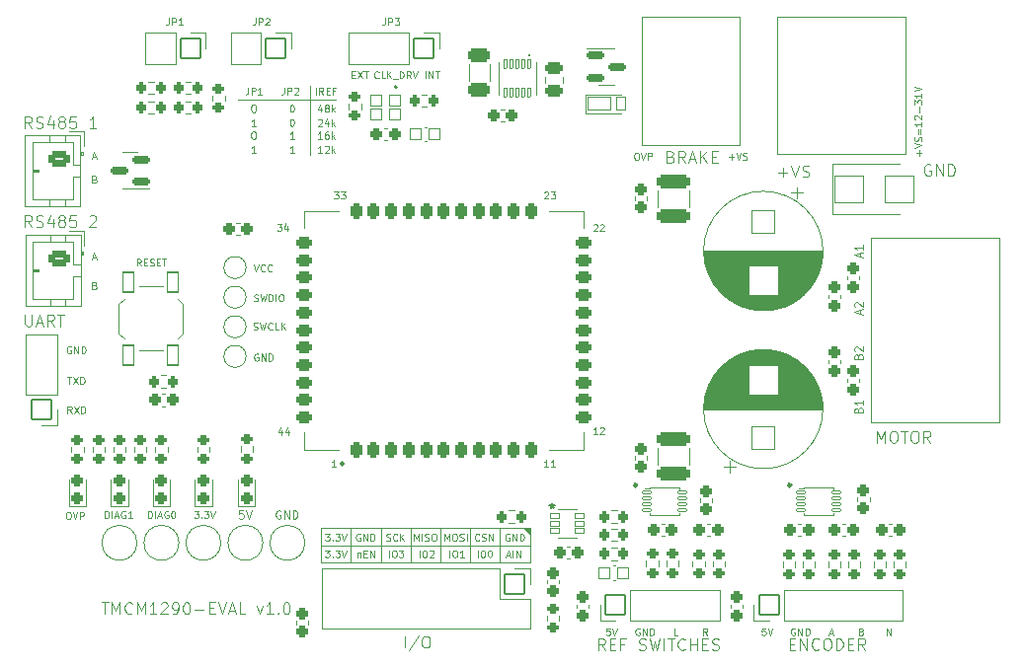
<source format=gbr>
G04 #@! TF.GenerationSoftware,KiCad,Pcbnew,(6.0.8)*
G04 #@! TF.CreationDate,2022-12-12T15:57:36+01:00*
G04 #@! TF.ProjectId,TMCM-1290-EVAL_v1.0,544d434d-2d31-4323-9930-2d4556414c5f,rev?*
G04 #@! TF.SameCoordinates,PX3c8eee0PY8eeaea0*
G04 #@! TF.FileFunction,Legend,Top*
G04 #@! TF.FilePolarity,Positive*
%FSLAX46Y46*%
G04 Gerber Fmt 4.6, Leading zero omitted, Abs format (unit mm)*
G04 Created by KiCad (PCBNEW (6.0.8)) date 2022-12-12 15:57:36*
%MOMM*%
%LPD*%
G01*
G04 APERTURE LIST*
G04 Aperture macros list*
%AMRoundRect*
0 Rectangle with rounded corners*
0 $1 Rounding radius*
0 $2 $3 $4 $5 $6 $7 $8 $9 X,Y pos of 4 corners*
0 Add a 4 corners polygon primitive as box body*
4,1,4,$2,$3,$4,$5,$6,$7,$8,$9,$2,$3,0*
0 Add four circle primitives for the rounded corners*
1,1,$1+$1,$2,$3*
1,1,$1+$1,$4,$5*
1,1,$1+$1,$6,$7*
1,1,$1+$1,$8,$9*
0 Add four rect primitives between the rounded corners*
20,1,$1+$1,$2,$3,$4,$5,0*
20,1,$1+$1,$4,$5,$6,$7,0*
20,1,$1+$1,$6,$7,$8,$9,0*
20,1,$1+$1,$8,$9,$2,$3,0*%
G04 Aperture macros list end*
%ADD10C,0.100000*%
%ADD11C,0.150000*%
%ADD12C,0.120000*%
%ADD13C,0.260000*%
%ADD14C,0.200000*%
%ADD15C,6.500000*%
%ADD16C,2.600000*%
%ADD17C,2.100000*%
%ADD18C,1.600000*%
%ADD19RoundRect,0.275000X0.225000X0.250000X-0.225000X0.250000X-0.225000X-0.250000X0.225000X-0.250000X0*%
%ADD20RoundRect,0.275000X0.250000X-0.225000X0.250000X0.225000X-0.250000X0.225000X-0.250000X-0.225000X0*%
%ADD21RoundRect,0.050000X-0.393700X-0.177800X0.393700X-0.177800X0.393700X0.177800X-0.393700X0.177800X0*%
%ADD22RoundRect,0.250000X0.275000X-0.200000X0.275000X0.200000X-0.275000X0.200000X-0.275000X-0.200000X0*%
%ADD23RoundRect,0.050000X-0.850000X0.850000X-0.850000X-0.850000X0.850000X-0.850000X0.850000X0.850000X0*%
%ADD24O,1.800000X1.800000*%
%ADD25RoundRect,0.300000X0.475000X-0.250000X0.475000X0.250000X-0.475000X0.250000X-0.475000X-0.250000X0*%
%ADD26RoundRect,0.050000X-1.000000X1.000000X-1.000000X-1.000000X1.000000X-1.000000X1.000000X1.000000X0*%
%ADD27RoundRect,0.250000X0.200000X0.275000X-0.200000X0.275000X-0.200000X-0.275000X0.200000X-0.275000X0*%
%ADD28RoundRect,0.050000X0.431800X0.495300X-0.431800X0.495300X-0.431800X-0.495300X0.431800X-0.495300X0*%
%ADD29RoundRect,0.250000X-0.275000X0.200000X-0.275000X-0.200000X0.275000X-0.200000X0.275000X0.200000X0*%
%ADD30RoundRect,0.250000X-0.200000X-0.275000X0.200000X-0.275000X0.200000X0.275000X-0.200000X0.275000X0*%
%ADD31RoundRect,0.275000X-0.250000X0.225000X-0.250000X-0.225000X0.250000X-0.225000X0.250000X0.225000X0*%
%ADD32RoundRect,0.268750X0.256250X-0.218750X0.256250X0.218750X-0.256250X0.218750X-0.256250X-0.218750X0*%
%ADD33RoundRect,0.200000X0.587500X0.150000X-0.587500X0.150000X-0.587500X-0.150000X0.587500X-0.150000X0*%
%ADD34C,2.500000*%
%ADD35RoundRect,0.050000X-1.250000X-1.150000X1.250000X-1.150000X1.250000X1.150000X-1.250000X1.150000X0*%
%ADD36RoundRect,0.050000X0.850000X-0.850000X0.850000X0.850000X-0.850000X0.850000X-0.850000X-0.850000X0*%
%ADD37RoundRect,0.050000X-0.375000X-0.125000X0.375000X-0.125000X0.375000X0.125000X-0.375000X0.125000X0*%
%ADD38RoundRect,0.300000X-0.650000X0.325000X-0.650000X-0.325000X0.650000X-0.325000X0.650000X0.325000X0*%
%ADD39RoundRect,0.050000X1.000000X0.550000X-1.000000X0.550000X-1.000000X-0.550000X1.000000X-0.550000X0*%
%ADD40RoundRect,0.050000X0.400000X0.550000X-0.400000X0.550000X-0.400000X-0.550000X0.400000X-0.550000X0*%
%ADD41RoundRect,0.300000X-0.625000X0.350000X-0.625000X-0.350000X0.625000X-0.350000X0.625000X0.350000X0*%
%ADD42O,1.850000X1.300000*%
%ADD43RoundRect,0.050000X0.850000X0.850000X-0.850000X0.850000X-0.850000X-0.850000X0.850000X-0.850000X0*%
%ADD44RoundRect,0.275000X-0.225000X-0.250000X0.225000X-0.250000X0.225000X0.250000X-0.225000X0.250000X0*%
%ADD45RoundRect,0.300000X-0.250000X-0.400000X0.250000X-0.400000X0.250000X0.400000X-0.250000X0.400000X0*%
%ADD46RoundRect,0.300000X0.400000X-0.250000X0.400000X0.250000X-0.400000X0.250000X-0.400000X-0.250000X0*%
%ADD47RoundRect,0.300000X0.250000X0.400000X-0.250000X0.400000X-0.250000X-0.400000X0.250000X-0.400000X0*%
%ADD48RoundRect,0.300000X-0.400000X0.250000X-0.400000X-0.250000X0.400000X-0.250000X0.400000X0.250000X0*%
%ADD49RoundRect,0.050000X1.000000X-1.000000X1.000000X1.000000X-1.000000X1.000000X-1.000000X-1.000000X0*%
%ADD50RoundRect,0.050000X-0.127000X0.381000X-0.127000X-0.381000X0.127000X-0.381000X0.127000X0.381000X0*%
%ADD51RoundRect,0.300000X-1.100000X0.325000X-1.100000X-0.325000X1.100000X-0.325000X1.100000X0.325000X0*%
%ADD52RoundRect,0.200000X-0.587500X-0.150000X0.587500X-0.150000X0.587500X0.150000X-0.587500X0.150000X0*%
%ADD53RoundRect,0.050000X-0.500000X0.450000X-0.500000X-0.450000X0.500000X-0.450000X0.500000X0.450000X0*%
%ADD54RoundRect,0.050000X0.500000X-0.850000X0.500000X0.850000X-0.500000X0.850000X-0.500000X-0.850000X0*%
%ADD55RoundRect,0.300000X1.100000X-0.325000X1.100000X0.325000X-1.100000X0.325000X-1.100000X-0.325000X0*%
G04 APERTURE END LIST*
D10*
X26700000Y10900001D02*
X26700000Y8000001D01*
X25750000Y48850000D02*
X25750000Y42900000D01*
X31800000Y10850002D02*
X31800000Y8000002D01*
X42000000Y10900000D02*
X42000000Y8016667D01*
X36900000Y10900000D02*
X36900000Y8050000D01*
X19550000Y47700000D02*
X27950000Y47700000D01*
X34350000Y10858335D02*
X34350000Y8008335D01*
X26700000Y10900000D02*
X44600000Y10900000D01*
X44600000Y10900000D02*
X44600000Y8000000D01*
X44600000Y8000000D02*
X26700000Y8000000D01*
X26700000Y8000000D02*
X26700000Y10900000D01*
X39450000Y10891668D02*
X39450000Y7991668D01*
X26700000Y9450000D02*
X44600000Y9450000D01*
G36*
X44600000Y10300000D02*
G01*
X44000000Y10900000D01*
X44600000Y10900000D01*
X44600000Y10300000D01*
G37*
X44600000Y10300000D02*
X44000000Y10900000D01*
X44600000Y10900000D01*
X44600000Y10300000D01*
X29250000Y10908334D02*
X29250000Y8008334D01*
X7860238Y4547620D02*
X8431666Y4547620D01*
X8145952Y3547620D02*
X8145952Y4547620D01*
X8765000Y3547620D02*
X8765000Y4547620D01*
X9098333Y3833334D01*
X9431666Y4547620D01*
X9431666Y3547620D01*
X10479285Y3642858D02*
X10431666Y3595239D01*
X10288809Y3547620D01*
X10193571Y3547620D01*
X10050714Y3595239D01*
X9955476Y3690477D01*
X9907857Y3785715D01*
X9860238Y3976191D01*
X9860238Y4119048D01*
X9907857Y4309524D01*
X9955476Y4404762D01*
X10050714Y4500000D01*
X10193571Y4547620D01*
X10288809Y4547620D01*
X10431666Y4500000D01*
X10479285Y4452381D01*
X10907857Y3547620D02*
X10907857Y4547620D01*
X11241190Y3833334D01*
X11574523Y4547620D01*
X11574523Y3547620D01*
X12574523Y3547620D02*
X12003095Y3547620D01*
X12288809Y3547620D02*
X12288809Y4547620D01*
X12193571Y4404762D01*
X12098333Y4309524D01*
X12003095Y4261905D01*
X12955476Y4452381D02*
X13003095Y4500000D01*
X13098333Y4547620D01*
X13336428Y4547620D01*
X13431666Y4500000D01*
X13479285Y4452381D01*
X13526904Y4357143D01*
X13526904Y4261905D01*
X13479285Y4119048D01*
X12907857Y3547620D01*
X13526904Y3547620D01*
X14003095Y3547620D02*
X14193571Y3547620D01*
X14288809Y3595239D01*
X14336428Y3642858D01*
X14431666Y3785715D01*
X14479285Y3976191D01*
X14479285Y4357143D01*
X14431666Y4452381D01*
X14384047Y4500000D01*
X14288809Y4547620D01*
X14098333Y4547620D01*
X14003095Y4500000D01*
X13955476Y4452381D01*
X13907857Y4357143D01*
X13907857Y4119048D01*
X13955476Y4023810D01*
X14003095Y3976191D01*
X14098333Y3928572D01*
X14288809Y3928572D01*
X14384047Y3976191D01*
X14431666Y4023810D01*
X14479285Y4119048D01*
X15098333Y4547620D02*
X15193571Y4547620D01*
X15288809Y4500000D01*
X15336428Y4452381D01*
X15384047Y4357143D01*
X15431666Y4166667D01*
X15431666Y3928572D01*
X15384047Y3738096D01*
X15336428Y3642858D01*
X15288809Y3595239D01*
X15193571Y3547620D01*
X15098333Y3547620D01*
X15003095Y3595239D01*
X14955476Y3642858D01*
X14907857Y3738096D01*
X14860238Y3928572D01*
X14860238Y4166667D01*
X14907857Y4357143D01*
X14955476Y4452381D01*
X15003095Y4500000D01*
X15098333Y4547620D01*
X15860238Y3928572D02*
X16622142Y3928572D01*
X17098333Y4071429D02*
X17431666Y4071429D01*
X17574523Y3547620D02*
X17098333Y3547620D01*
X17098333Y4547620D01*
X17574523Y4547620D01*
X17860238Y4547620D02*
X18193571Y3547620D01*
X18526904Y4547620D01*
X18812619Y3833334D02*
X19288809Y3833334D01*
X18717380Y3547620D02*
X19050714Y4547620D01*
X19384047Y3547620D01*
X20193571Y3547620D02*
X19717380Y3547620D01*
X19717380Y4547620D01*
X21193571Y4214286D02*
X21431666Y3547620D01*
X21669761Y4214286D01*
X22574523Y3547620D02*
X22003095Y3547620D01*
X22288809Y3547620D02*
X22288809Y4547620D01*
X22193571Y4404762D01*
X22098333Y4309524D01*
X22003095Y4261905D01*
X23003095Y3642858D02*
X23050714Y3595239D01*
X23003095Y3547620D01*
X22955476Y3595239D01*
X23003095Y3642858D01*
X23003095Y3547620D01*
X23669761Y4547620D02*
X23765000Y4547620D01*
X23860238Y4500000D01*
X23907857Y4452381D01*
X23955476Y4357143D01*
X24003095Y4166667D01*
X24003095Y3928572D01*
X23955476Y3738096D01*
X23907857Y3642858D01*
X23860238Y3595239D01*
X23765000Y3547620D01*
X23669761Y3547620D01*
X23574523Y3595239D01*
X23526904Y3642858D01*
X23479285Y3738096D01*
X23431666Y3928572D01*
X23431666Y4166667D01*
X23479285Y4357143D01*
X23526904Y4452381D01*
X23574523Y4500000D01*
X23669761Y4547620D01*
X51034523Y447620D02*
X50701190Y923810D01*
X50463095Y447620D02*
X50463095Y1447620D01*
X50844047Y1447620D01*
X50939285Y1400000D01*
X50986904Y1352381D01*
X51034523Y1257143D01*
X51034523Y1114286D01*
X50986904Y1019048D01*
X50939285Y971429D01*
X50844047Y923810D01*
X50463095Y923810D01*
X51463095Y971429D02*
X51796428Y971429D01*
X51939285Y447620D02*
X51463095Y447620D01*
X51463095Y1447620D01*
X51939285Y1447620D01*
X52701190Y971429D02*
X52367857Y971429D01*
X52367857Y447620D02*
X52367857Y1447620D01*
X52844047Y1447620D01*
X53939285Y495239D02*
X54082142Y447620D01*
X54320238Y447620D01*
X54415476Y495239D01*
X54463095Y542858D01*
X54510714Y638096D01*
X54510714Y733334D01*
X54463095Y828572D01*
X54415476Y876191D01*
X54320238Y923810D01*
X54129761Y971429D01*
X54034523Y1019048D01*
X53986904Y1066667D01*
X53939285Y1161905D01*
X53939285Y1257143D01*
X53986904Y1352381D01*
X54034523Y1400000D01*
X54129761Y1447620D01*
X54367857Y1447620D01*
X54510714Y1400000D01*
X54844047Y1447620D02*
X55082142Y447620D01*
X55272619Y1161905D01*
X55463095Y447620D01*
X55701190Y1447620D01*
X56082142Y447620D02*
X56082142Y1447620D01*
X56415476Y1447620D02*
X56986904Y1447620D01*
X56701190Y447620D02*
X56701190Y1447620D01*
X57891666Y542858D02*
X57844047Y495239D01*
X57701190Y447620D01*
X57605952Y447620D01*
X57463095Y495239D01*
X57367857Y590477D01*
X57320238Y685715D01*
X57272619Y876191D01*
X57272619Y1019048D01*
X57320238Y1209524D01*
X57367857Y1304762D01*
X57463095Y1400000D01*
X57605952Y1447620D01*
X57701190Y1447620D01*
X57844047Y1400000D01*
X57891666Y1352381D01*
X58320238Y447620D02*
X58320238Y1447620D01*
X58320238Y971429D02*
X58891666Y971429D01*
X58891666Y447620D02*
X58891666Y1447620D01*
X59367857Y971429D02*
X59701190Y971429D01*
X59844047Y447620D02*
X59367857Y447620D01*
X59367857Y1447620D01*
X59844047Y1447620D01*
X60225000Y495239D02*
X60367857Y447620D01*
X60605952Y447620D01*
X60701190Y495239D01*
X60748809Y542858D01*
X60796428Y638096D01*
X60796428Y733334D01*
X60748809Y828572D01*
X60701190Y876191D01*
X60605952Y923810D01*
X60415476Y971429D01*
X60320238Y1019048D01*
X60272619Y1066667D01*
X60225000Y1161905D01*
X60225000Y1257143D01*
X60272619Y1352381D01*
X60320238Y1400000D01*
X60415476Y1447620D01*
X60653571Y1447620D01*
X60796428Y1400000D01*
X66858095Y981429D02*
X67191428Y981429D01*
X67334285Y457620D02*
X66858095Y457620D01*
X66858095Y1457620D01*
X67334285Y1457620D01*
X67762857Y457620D02*
X67762857Y1457620D01*
X68334285Y457620D01*
X68334285Y1457620D01*
X69381904Y552858D02*
X69334285Y505239D01*
X69191428Y457620D01*
X69096190Y457620D01*
X68953333Y505239D01*
X68858095Y600477D01*
X68810476Y695715D01*
X68762857Y886191D01*
X68762857Y1029048D01*
X68810476Y1219524D01*
X68858095Y1314762D01*
X68953333Y1410000D01*
X69096190Y1457620D01*
X69191428Y1457620D01*
X69334285Y1410000D01*
X69381904Y1362381D01*
X70000952Y1457620D02*
X70191428Y1457620D01*
X70286666Y1410000D01*
X70381904Y1314762D01*
X70429523Y1124286D01*
X70429523Y790953D01*
X70381904Y600477D01*
X70286666Y505239D01*
X70191428Y457620D01*
X70000952Y457620D01*
X69905714Y505239D01*
X69810476Y600477D01*
X69762857Y790953D01*
X69762857Y1124286D01*
X69810476Y1314762D01*
X69905714Y1410000D01*
X70000952Y1457620D01*
X70858095Y457620D02*
X70858095Y1457620D01*
X71096190Y1457620D01*
X71239047Y1410000D01*
X71334285Y1314762D01*
X71381904Y1219524D01*
X71429523Y1029048D01*
X71429523Y886191D01*
X71381904Y695715D01*
X71334285Y600477D01*
X71239047Y505239D01*
X71096190Y457620D01*
X70858095Y457620D01*
X71858095Y981429D02*
X72191428Y981429D01*
X72334285Y457620D02*
X71858095Y457620D01*
X71858095Y1457620D01*
X72334285Y1457620D01*
X73334285Y457620D02*
X73000952Y933810D01*
X72762857Y457620D02*
X72762857Y1457620D01*
X73143809Y1457620D01*
X73239047Y1410000D01*
X73286666Y1362381D01*
X73334285Y1267143D01*
X73334285Y1124286D01*
X73286666Y1029048D01*
X73239047Y981429D01*
X73143809Y933810D01*
X72762857Y933810D01*
X73007857Y2042858D02*
X73093571Y2014286D01*
X73122142Y1985715D01*
X73150714Y1928572D01*
X73150714Y1842858D01*
X73122142Y1785715D01*
X73093571Y1757143D01*
X73036428Y1728572D01*
X72807857Y1728572D01*
X72807857Y2328572D01*
X73007857Y2328572D01*
X73065000Y2300000D01*
X73093571Y2271429D01*
X73122142Y2214286D01*
X73122142Y2157143D01*
X73093571Y2100000D01*
X73065000Y2071429D01*
X73007857Y2042858D01*
X72807857Y2042858D01*
X64793571Y2338572D02*
X64507857Y2338572D01*
X64479285Y2052858D01*
X64507857Y2081429D01*
X64565000Y2110000D01*
X64707857Y2110000D01*
X64765000Y2081429D01*
X64793571Y2052858D01*
X64822142Y1995715D01*
X64822142Y1852858D01*
X64793571Y1795715D01*
X64765000Y1767143D01*
X64707857Y1738572D01*
X64565000Y1738572D01*
X64507857Y1767143D01*
X64479285Y1795715D01*
X64993571Y2338572D02*
X65193571Y1738572D01*
X65393571Y2338572D01*
X67322142Y2310000D02*
X67265000Y2338572D01*
X67179285Y2338572D01*
X67093571Y2310000D01*
X67036428Y2252858D01*
X67007857Y2195715D01*
X66979285Y2081429D01*
X66979285Y1995715D01*
X67007857Y1881429D01*
X67036428Y1824286D01*
X67093571Y1767143D01*
X67179285Y1738572D01*
X67236428Y1738572D01*
X67322142Y1767143D01*
X67350714Y1795715D01*
X67350714Y1995715D01*
X67236428Y1995715D01*
X67607857Y1738572D02*
X67607857Y2338572D01*
X67950714Y1738572D01*
X67950714Y2338572D01*
X68236428Y1738572D02*
X68236428Y2338572D01*
X68379285Y2338572D01*
X68465000Y2310000D01*
X68522142Y2252858D01*
X68550714Y2195715D01*
X68579285Y2081429D01*
X68579285Y1995715D01*
X68550714Y1881429D01*
X68522142Y1824286D01*
X68465000Y1767143D01*
X68379285Y1738572D01*
X68236428Y1738572D01*
X20015000Y12433334D02*
X19681666Y12433334D01*
X19648333Y12100000D01*
X19681666Y12133334D01*
X19748333Y12166667D01*
X19915000Y12166667D01*
X19981666Y12133334D01*
X20015000Y12100000D01*
X20048333Y12033334D01*
X20048333Y11866667D01*
X20015000Y11800000D01*
X19981666Y11766667D01*
X19915000Y11733334D01*
X19748333Y11733334D01*
X19681666Y11766667D01*
X19648333Y11800000D01*
X20248333Y12433334D02*
X20481666Y11733334D01*
X20715000Y12433334D01*
X75207857Y1738572D02*
X75207857Y2338572D01*
X75550714Y1738572D01*
X75550714Y2338572D01*
X70279285Y1900000D02*
X70565000Y1900000D01*
X70222142Y1728572D02*
X70422142Y2328572D01*
X70622142Y1728572D01*
X31629642Y49573215D02*
X31601071Y49544643D01*
X31515357Y49516072D01*
X31458214Y49516072D01*
X31372500Y49544643D01*
X31315357Y49601786D01*
X31286785Y49658929D01*
X31258214Y49773215D01*
X31258214Y49858929D01*
X31286785Y49973215D01*
X31315357Y50030358D01*
X31372500Y50087500D01*
X31458214Y50116072D01*
X31515357Y50116072D01*
X31601071Y50087500D01*
X31629642Y50058929D01*
X32172500Y49516072D02*
X31886785Y49516072D01*
X31886785Y50116072D01*
X32372500Y49516072D02*
X32372500Y50116072D01*
X32715357Y49516072D02*
X32458214Y49858929D01*
X32715357Y50116072D02*
X32372500Y49773215D01*
X32829642Y49458929D02*
X33286785Y49458929D01*
X33429642Y49516072D02*
X33429642Y50116072D01*
X33572500Y50116072D01*
X33658214Y50087500D01*
X33715357Y50030358D01*
X33743928Y49973215D01*
X33772500Y49858929D01*
X33772500Y49773215D01*
X33743928Y49658929D01*
X33715357Y49601786D01*
X33658214Y49544643D01*
X33572500Y49516072D01*
X33429642Y49516072D01*
X34372500Y49516072D02*
X34172500Y49801786D01*
X34029642Y49516072D02*
X34029642Y50116072D01*
X34258214Y50116072D01*
X34315357Y50087500D01*
X34343928Y50058929D01*
X34372500Y50001786D01*
X34372500Y49916072D01*
X34343928Y49858929D01*
X34315357Y49830358D01*
X34258214Y49801786D01*
X34029642Y49801786D01*
X34543928Y50116072D02*
X34743928Y49516072D01*
X34943928Y50116072D01*
X32279285Y9857143D02*
X32365000Y9828572D01*
X32507857Y9828572D01*
X32565000Y9857143D01*
X32593571Y9885715D01*
X32622142Y9942858D01*
X32622142Y10000000D01*
X32593571Y10057143D01*
X32565000Y10085715D01*
X32507857Y10114286D01*
X32393571Y10142858D01*
X32336428Y10171429D01*
X32307857Y10200000D01*
X32279285Y10257143D01*
X32279285Y10314286D01*
X32307857Y10371429D01*
X32336428Y10400000D01*
X32393571Y10428572D01*
X32536428Y10428572D01*
X32622142Y10400000D01*
X33222142Y9885715D02*
X33193571Y9857143D01*
X33107857Y9828572D01*
X33050714Y9828572D01*
X32965000Y9857143D01*
X32907857Y9914286D01*
X32879285Y9971429D01*
X32850714Y10085715D01*
X32850714Y10171429D01*
X32879285Y10285715D01*
X32907857Y10342858D01*
X32965000Y10400000D01*
X33050714Y10428572D01*
X33107857Y10428572D01*
X33193571Y10400000D01*
X33222142Y10371429D01*
X33479285Y9828572D02*
X33479285Y10428572D01*
X33822142Y9828572D02*
X33565000Y10171429D01*
X33822142Y10428572D02*
X33479285Y10085715D01*
X72750000Y21065000D02*
X72783333Y21165000D01*
X72816666Y21198334D01*
X72883333Y21231667D01*
X72983333Y21231667D01*
X73050000Y21198334D01*
X73083333Y21165000D01*
X73116666Y21098334D01*
X73116666Y20831667D01*
X72416666Y20831667D01*
X72416666Y21065000D01*
X72450000Y21131667D01*
X72483333Y21165000D01*
X72550000Y21198334D01*
X72616666Y21198334D01*
X72683333Y21165000D01*
X72716666Y21131667D01*
X72750000Y21065000D01*
X72750000Y20831667D01*
X73116666Y21898334D02*
X73116666Y21498334D01*
X73116666Y21698334D02*
X72416666Y21698334D01*
X72516666Y21631667D01*
X72583333Y21565000D01*
X72616666Y21498334D01*
X24372142Y44328572D02*
X24029285Y44328572D01*
X24200714Y44328572D02*
X24200714Y44928572D01*
X24143571Y44842858D01*
X24086428Y44785715D01*
X24029285Y44757143D01*
X77942857Y42885715D02*
X77942857Y43342858D01*
X78171428Y43114286D02*
X77714285Y43114286D01*
X77571428Y43542858D02*
X78171428Y43742858D01*
X77571428Y43942858D01*
X78142857Y44114286D02*
X78171428Y44200000D01*
X78171428Y44342858D01*
X78142857Y44400000D01*
X78114285Y44428572D01*
X78057142Y44457143D01*
X78000000Y44457143D01*
X77942857Y44428572D01*
X77914285Y44400000D01*
X77885714Y44342858D01*
X77857142Y44228572D01*
X77828571Y44171429D01*
X77800000Y44142858D01*
X77742857Y44114286D01*
X77685714Y44114286D01*
X77628571Y44142858D01*
X77600000Y44171429D01*
X77571428Y44228572D01*
X77571428Y44371429D01*
X77600000Y44457143D01*
X77857142Y44714286D02*
X77857142Y45171429D01*
X78028571Y45171429D02*
X78028571Y44714286D01*
X78171428Y45771429D02*
X78171428Y45428572D01*
X78171428Y45600000D02*
X77571428Y45600000D01*
X77657142Y45542858D01*
X77714285Y45485715D01*
X77742857Y45428572D01*
X77628571Y46000000D02*
X77600000Y46028572D01*
X77571428Y46085715D01*
X77571428Y46228572D01*
X77600000Y46285715D01*
X77628571Y46314286D01*
X77685714Y46342858D01*
X77742857Y46342858D01*
X77828571Y46314286D01*
X78171428Y45971429D01*
X78171428Y46342858D01*
X77942857Y46600000D02*
X77942857Y47057143D01*
X77571428Y47285715D02*
X77571428Y47657143D01*
X77800000Y47457143D01*
X77800000Y47542858D01*
X77828571Y47600000D01*
X77857142Y47628572D01*
X77914285Y47657143D01*
X78057142Y47657143D01*
X78114285Y47628572D01*
X78142857Y47600000D01*
X78171428Y47542858D01*
X78171428Y47371429D01*
X78142857Y47314286D01*
X78114285Y47285715D01*
X78171428Y48228572D02*
X78171428Y47885715D01*
X78171428Y48057143D02*
X77571428Y48057143D01*
X77657142Y48000000D01*
X77714285Y47942858D01*
X77742857Y47885715D01*
X77571428Y48400000D02*
X78171428Y48600000D01*
X77571428Y48800000D01*
X37282140Y9828572D02*
X37282140Y10428572D01*
X37482140Y10000000D01*
X37682140Y10428572D01*
X37682140Y9828572D01*
X38082140Y10428572D02*
X38196425Y10428572D01*
X38253568Y10400000D01*
X38310711Y10342858D01*
X38339283Y10228572D01*
X38339283Y10028572D01*
X38310711Y9914286D01*
X38253568Y9857143D01*
X38196425Y9828572D01*
X38082140Y9828572D01*
X38024997Y9857143D01*
X37967854Y9914286D01*
X37939283Y10028572D01*
X37939283Y10228572D01*
X37967854Y10342858D01*
X38024997Y10400000D01*
X38082140Y10428572D01*
X38567854Y9857143D02*
X38653568Y9828572D01*
X38796425Y9828572D01*
X38853568Y9857143D01*
X38882140Y9885715D01*
X38910711Y9942858D01*
X38910711Y10000000D01*
X38882140Y10057143D01*
X38853568Y10085715D01*
X38796425Y10114286D01*
X38682140Y10142858D01*
X38624997Y10171429D01*
X38596425Y10200000D01*
X38567854Y10257143D01*
X38567854Y10314286D01*
X38596425Y10371429D01*
X38624997Y10400000D01*
X38682140Y10428572D01*
X38824997Y10428572D01*
X38910711Y10400000D01*
X39167854Y9828572D02*
X39167854Y10428572D01*
X24172142Y46028572D02*
X24229285Y46028572D01*
X24286428Y46000000D01*
X24315000Y45971429D01*
X24343571Y45914286D01*
X24372142Y45800000D01*
X24372142Y45657143D01*
X24343571Y45542858D01*
X24315000Y45485715D01*
X24286428Y45457143D01*
X24229285Y45428572D01*
X24172142Y45428572D01*
X24115000Y45457143D01*
X24086428Y45485715D01*
X24057857Y45542858D01*
X24029285Y45657143D01*
X24029285Y45800000D01*
X24057857Y45914286D01*
X24086428Y45971429D01*
X24115000Y46000000D01*
X24172142Y46028572D01*
X20883285Y27961143D02*
X20969000Y27932572D01*
X21111857Y27932572D01*
X21169000Y27961143D01*
X21197571Y27989715D01*
X21226142Y28046858D01*
X21226142Y28104000D01*
X21197571Y28161143D01*
X21169000Y28189715D01*
X21111857Y28218286D01*
X20997571Y28246858D01*
X20940428Y28275429D01*
X20911857Y28304000D01*
X20883285Y28361143D01*
X20883285Y28418286D01*
X20911857Y28475429D01*
X20940428Y28504000D01*
X20997571Y28532572D01*
X21140428Y28532572D01*
X21226142Y28504000D01*
X21426142Y28532572D02*
X21569000Y27932572D01*
X21683285Y28361143D01*
X21797571Y27932572D01*
X21940428Y28532572D01*
X22511857Y27989715D02*
X22483285Y27961143D01*
X22397571Y27932572D01*
X22340428Y27932572D01*
X22254714Y27961143D01*
X22197571Y28018286D01*
X22169000Y28075429D01*
X22140428Y28189715D01*
X22140428Y28275429D01*
X22169000Y28389715D01*
X22197571Y28446858D01*
X22254714Y28504000D01*
X22340428Y28532572D01*
X22397571Y28532572D01*
X22483285Y28504000D01*
X22511857Y28475429D01*
X23054714Y27932572D02*
X22769000Y27932572D01*
X22769000Y28532572D01*
X23254714Y27932572D02*
X23254714Y28532572D01*
X23597571Y27932572D02*
X23340428Y28275429D01*
X23597571Y28532572D02*
X23254714Y28189715D01*
X21072142Y43128572D02*
X20729285Y43128572D01*
X20900714Y43128572D02*
X20900714Y43728572D01*
X20843571Y43642858D01*
X20786428Y43585715D01*
X20729285Y43557143D01*
X72750000Y25665000D02*
X72783333Y25765000D01*
X72816666Y25798334D01*
X72883333Y25831667D01*
X72983333Y25831667D01*
X73050000Y25798334D01*
X73083333Y25765000D01*
X73116666Y25698334D01*
X73116666Y25431667D01*
X72416666Y25431667D01*
X72416666Y25665000D01*
X72450000Y25731667D01*
X72483333Y25765000D01*
X72550000Y25798334D01*
X72616666Y25798334D01*
X72683333Y25765000D01*
X72716666Y25731667D01*
X72750000Y25665000D01*
X72750000Y25431667D01*
X72483333Y26098334D02*
X72450000Y26131667D01*
X72416666Y26198334D01*
X72416666Y26365000D01*
X72450000Y26431667D01*
X72483333Y26465000D01*
X72550000Y26498334D01*
X72616666Y26498334D01*
X72716666Y26465000D01*
X73116666Y26065000D01*
X73116666Y26498334D01*
X72916666Y34198334D02*
X72916666Y34531667D01*
X73116666Y34131667D02*
X72416666Y34365000D01*
X73116666Y34598334D01*
X73116666Y35198334D02*
X73116666Y34798334D01*
X73116666Y34998334D02*
X72416666Y34998334D01*
X72516666Y34931667D01*
X72583333Y34865000D01*
X72616666Y34798334D01*
X24172142Y47228572D02*
X24229285Y47228572D01*
X24286428Y47200000D01*
X24315000Y47171429D01*
X24343571Y47114286D01*
X24372142Y47000000D01*
X24372142Y46857143D01*
X24343571Y46742858D01*
X24315000Y46685715D01*
X24286428Y46657143D01*
X24229285Y46628572D01*
X24172142Y46628572D01*
X24115000Y46657143D01*
X24086428Y46685715D01*
X24057857Y46742858D01*
X24029285Y46857143D01*
X24029285Y47000000D01*
X24057857Y47114286D01*
X24086428Y47171429D01*
X24115000Y47200000D01*
X24172142Y47228572D01*
X40107857Y8428572D02*
X40107857Y9028572D01*
X40507857Y9028572D02*
X40622142Y9028572D01*
X40679285Y9000000D01*
X40736428Y8942858D01*
X40765000Y8828572D01*
X40765000Y8628572D01*
X40736428Y8514286D01*
X40679285Y8457143D01*
X40622142Y8428572D01*
X40507857Y8428572D01*
X40450714Y8457143D01*
X40393571Y8514286D01*
X40365000Y8628572D01*
X40365000Y8828572D01*
X40393571Y8942858D01*
X40450714Y9000000D01*
X40507857Y9028572D01*
X41136428Y9028572D02*
X41193571Y9028572D01*
X41250714Y9000000D01*
X41279285Y8971429D01*
X41307857Y8914286D01*
X41336428Y8800000D01*
X41336428Y8657143D01*
X41307857Y8542858D01*
X41279285Y8485715D01*
X41250714Y8457143D01*
X41193571Y8428572D01*
X41136428Y8428572D01*
X41079285Y8457143D01*
X41050714Y8485715D01*
X41022142Y8542858D01*
X40993571Y8657143D01*
X40993571Y8800000D01*
X41022142Y8914286D01*
X41050714Y8971429D01*
X41079285Y9000000D01*
X41136428Y9028572D01*
X29807857Y8828572D02*
X29807857Y8428572D01*
X29807857Y8771429D02*
X29836428Y8800000D01*
X29893571Y8828572D01*
X29979285Y8828572D01*
X30036428Y8800000D01*
X30065000Y8742858D01*
X30065000Y8428572D01*
X30350714Y8742858D02*
X30550714Y8742858D01*
X30636428Y8428572D02*
X30350714Y8428572D01*
X30350714Y9028572D01*
X30636428Y9028572D01*
X30893571Y8428572D02*
X30893571Y9028572D01*
X31236428Y8428572D01*
X31236428Y9028572D01*
X26715000Y47028572D02*
X26715000Y46628572D01*
X26572142Y47257143D02*
X26429285Y46828572D01*
X26800714Y46828572D01*
X27115000Y46971429D02*
X27057857Y47000000D01*
X27029285Y47028572D01*
X27000714Y47085715D01*
X27000714Y47114286D01*
X27029285Y47171429D01*
X27057857Y47200000D01*
X27115000Y47228572D01*
X27229285Y47228572D01*
X27286428Y47200000D01*
X27315000Y47171429D01*
X27343571Y47114286D01*
X27343571Y47085715D01*
X27315000Y47028572D01*
X27286428Y47000000D01*
X27229285Y46971429D01*
X27115000Y46971429D01*
X27057857Y46942858D01*
X27029285Y46914286D01*
X27000714Y46857143D01*
X27000714Y46742858D01*
X27029285Y46685715D01*
X27057857Y46657143D01*
X27115000Y46628572D01*
X27229285Y46628572D01*
X27286428Y46657143D01*
X27315000Y46685715D01*
X27343571Y46742858D01*
X27343571Y46857143D01*
X27315000Y46914286D01*
X27286428Y46942858D01*
X27229285Y46971429D01*
X27600714Y46628572D02*
X27600714Y47228572D01*
X27657857Y46857143D02*
X27829285Y46628572D01*
X27829285Y47028572D02*
X27600714Y46800000D01*
X32172500Y54678572D02*
X32172500Y54250000D01*
X32143928Y54164286D01*
X32086785Y54107143D01*
X32001071Y54078572D01*
X31943928Y54078572D01*
X32458214Y54078572D02*
X32458214Y54678572D01*
X32686785Y54678572D01*
X32743928Y54650000D01*
X32772500Y54621429D01*
X32801071Y54564286D01*
X32801071Y54478572D01*
X32772500Y54421429D01*
X32743928Y54392858D01*
X32686785Y54364286D01*
X32458214Y54364286D01*
X33001071Y54678572D02*
X33372500Y54678572D01*
X33172500Y54450000D01*
X33258214Y54450000D01*
X33315357Y54421429D01*
X33343928Y54392858D01*
X33372500Y54335715D01*
X33372500Y54192858D01*
X33343928Y54135715D01*
X33315357Y54107143D01*
X33258214Y54078572D01*
X33086785Y54078572D01*
X33029642Y54107143D01*
X33001071Y54135715D01*
X5300714Y20778572D02*
X5100714Y21064286D01*
X4957857Y20778572D02*
X4957857Y21378572D01*
X5186428Y21378572D01*
X5243571Y21350000D01*
X5272142Y21321429D01*
X5300714Y21264286D01*
X5300714Y21178572D01*
X5272142Y21121429D01*
X5243571Y21092858D01*
X5186428Y21064286D01*
X4957857Y21064286D01*
X5500714Y21378572D02*
X5900714Y20778572D01*
X5900714Y21378572D02*
X5500714Y20778572D01*
X6129285Y20778572D02*
X6129285Y21378572D01*
X6272142Y21378572D01*
X6357857Y21350000D01*
X6415000Y21292858D01*
X6443571Y21235715D01*
X6472142Y21121429D01*
X6472142Y21035715D01*
X6443571Y20921429D01*
X6415000Y20864286D01*
X6357857Y20807143D01*
X6272142Y20778572D01*
X6129285Y20778572D01*
X7089285Y42800000D02*
X7375000Y42800000D01*
X7032142Y42628572D02*
X7232142Y43228572D01*
X7432142Y42628572D01*
X42579285Y8600000D02*
X42865000Y8600000D01*
X42522142Y8428572D02*
X42722142Y9028572D01*
X42922142Y8428572D01*
X43122142Y8428572D02*
X43122142Y9028572D01*
X43407857Y8428572D02*
X43407857Y9028572D01*
X43750714Y8428572D01*
X43750714Y9028572D01*
X7275000Y31742858D02*
X7360714Y31714286D01*
X7389285Y31685715D01*
X7417857Y31628572D01*
X7417857Y31542858D01*
X7389285Y31485715D01*
X7360714Y31457143D01*
X7303571Y31428572D01*
X7075000Y31428572D01*
X7075000Y32028572D01*
X7275000Y32028572D01*
X7332143Y32000000D01*
X7360714Y31971429D01*
X7389285Y31914286D01*
X7389285Y31857143D01*
X7360714Y31800000D01*
X7332143Y31771429D01*
X7275000Y31742858D01*
X7075000Y31742858D01*
X7275000Y40842858D02*
X7360714Y40814286D01*
X7389285Y40785715D01*
X7417857Y40728572D01*
X7417857Y40642858D01*
X7389285Y40585715D01*
X7360714Y40557143D01*
X7303571Y40528572D01*
X7075000Y40528572D01*
X7075000Y41128572D01*
X7275000Y41128572D01*
X7332143Y41100000D01*
X7360714Y41071429D01*
X7389285Y41014286D01*
X7389285Y40957143D01*
X7360714Y40900000D01*
X7332143Y40871429D01*
X7275000Y40842858D01*
X7075000Y40842858D01*
X42822142Y10400000D02*
X42765000Y10428572D01*
X42679285Y10428572D01*
X42593571Y10400000D01*
X42536428Y10342858D01*
X42507857Y10285715D01*
X42479285Y10171429D01*
X42479285Y10085715D01*
X42507857Y9971429D01*
X42536428Y9914286D01*
X42593571Y9857143D01*
X42679285Y9828572D01*
X42736428Y9828572D01*
X42822142Y9857143D01*
X42850714Y9885715D01*
X42850714Y10085715D01*
X42736428Y10085715D01*
X43107857Y9828572D02*
X43107857Y10428572D01*
X43450714Y9828572D01*
X43450714Y10428572D01*
X43736428Y9828572D02*
X43736428Y10428572D01*
X43879285Y10428572D01*
X43965000Y10400000D01*
X44022142Y10342858D01*
X44050714Y10285715D01*
X44079285Y10171429D01*
X44079285Y10085715D01*
X44050714Y9971429D01*
X44022142Y9914286D01*
X43965000Y9857143D01*
X43879285Y9828572D01*
X43736428Y9828572D01*
X23198333Y12400000D02*
X23131666Y12433334D01*
X23031666Y12433334D01*
X22931666Y12400000D01*
X22865000Y12333334D01*
X22831666Y12266667D01*
X22798333Y12133334D01*
X22798333Y12033334D01*
X22831666Y11900000D01*
X22865000Y11833334D01*
X22931666Y11766667D01*
X23031666Y11733334D01*
X23098333Y11733334D01*
X23198333Y11766667D01*
X23231666Y11800000D01*
X23231666Y12033334D01*
X23098333Y12033334D01*
X23531666Y11733334D02*
X23531666Y12433334D01*
X23931666Y11733334D01*
X23931666Y12433334D01*
X24265000Y11733334D02*
X24265000Y12433334D01*
X24431666Y12433334D01*
X24531666Y12400000D01*
X24598333Y12333334D01*
X24631666Y12266667D01*
X24665000Y12133334D01*
X24665000Y12033334D01*
X24631666Y11900000D01*
X24598333Y11833334D01*
X24531666Y11766667D01*
X24431666Y11733334D01*
X24265000Y11733334D01*
X74353095Y18247620D02*
X74353095Y19247620D01*
X74686428Y18533334D01*
X75019761Y19247620D01*
X75019761Y18247620D01*
X75686428Y19247620D02*
X75876904Y19247620D01*
X75972142Y19200000D01*
X76067380Y19104762D01*
X76115000Y18914286D01*
X76115000Y18580953D01*
X76067380Y18390477D01*
X75972142Y18295239D01*
X75876904Y18247620D01*
X75686428Y18247620D01*
X75591190Y18295239D01*
X75495952Y18390477D01*
X75448333Y18580953D01*
X75448333Y18914286D01*
X75495952Y19104762D01*
X75591190Y19200000D01*
X75686428Y19247620D01*
X76400714Y19247620D02*
X76972142Y19247620D01*
X76686428Y18247620D02*
X76686428Y19247620D01*
X77495952Y19247620D02*
X77686428Y19247620D01*
X77781666Y19200000D01*
X77876904Y19104762D01*
X77924523Y18914286D01*
X77924523Y18580953D01*
X77876904Y18390477D01*
X77781666Y18295239D01*
X77686428Y18247620D01*
X77495952Y18247620D01*
X77400714Y18295239D01*
X77305476Y18390477D01*
X77257857Y18580953D01*
X77257857Y18914286D01*
X77305476Y19104762D01*
X77400714Y19200000D01*
X77495952Y19247620D01*
X78924523Y18247620D02*
X78591190Y18723810D01*
X78353095Y18247620D02*
X78353095Y19247620D01*
X78734047Y19247620D01*
X78829285Y19200000D01*
X78876904Y19152381D01*
X78924523Y19057143D01*
X78924523Y18914286D01*
X78876904Y18819048D01*
X78829285Y18771429D01*
X78734047Y18723810D01*
X78353095Y18723810D01*
X26772142Y43128572D02*
X26429285Y43128572D01*
X26600714Y43128572D02*
X26600714Y43728572D01*
X26543571Y43642858D01*
X26486428Y43585715D01*
X26429285Y43557143D01*
X27000714Y43671429D02*
X27029285Y43700000D01*
X27086428Y43728572D01*
X27229285Y43728572D01*
X27286428Y43700000D01*
X27315000Y43671429D01*
X27343571Y43614286D01*
X27343571Y43557143D01*
X27315000Y43471429D01*
X26972142Y43128572D01*
X27343571Y43128572D01*
X27600714Y43128572D02*
X27600714Y43728572D01*
X27657857Y43357143D02*
X27829285Y43128572D01*
X27829285Y43528572D02*
X27600714Y43300000D01*
X34656426Y9828572D02*
X34656426Y10428572D01*
X34856426Y10000000D01*
X35056426Y10428572D01*
X35056426Y9828572D01*
X35342140Y9828572D02*
X35342140Y10428572D01*
X35599283Y9857143D02*
X35684997Y9828572D01*
X35827854Y9828572D01*
X35884997Y9857143D01*
X35913569Y9885715D01*
X35942140Y9942858D01*
X35942140Y10000000D01*
X35913569Y10057143D01*
X35884997Y10085715D01*
X35827854Y10114286D01*
X35713569Y10142858D01*
X35656426Y10171429D01*
X35627854Y10200000D01*
X35599283Y10257143D01*
X35599283Y10314286D01*
X35627854Y10371429D01*
X35656426Y10400000D01*
X35713569Y10428572D01*
X35856426Y10428572D01*
X35942140Y10400000D01*
X36313569Y10428572D02*
X36427854Y10428572D01*
X36484997Y10400000D01*
X36542140Y10342858D01*
X36570711Y10228572D01*
X36570711Y10028572D01*
X36542140Y9914286D01*
X36484997Y9857143D01*
X36427854Y9828572D01*
X36313569Y9828572D01*
X36256426Y9857143D01*
X36199283Y9914286D01*
X36170711Y10028572D01*
X36170711Y10228572D01*
X36199283Y10342858D01*
X36256426Y10400000D01*
X36313569Y10428572D01*
X13639285Y54678572D02*
X13639285Y54250000D01*
X13610714Y54164286D01*
X13553571Y54107143D01*
X13467857Y54078572D01*
X13410714Y54078572D01*
X13925000Y54078572D02*
X13925000Y54678572D01*
X14153571Y54678572D01*
X14210714Y54650000D01*
X14239285Y54621429D01*
X14267857Y54564286D01*
X14267857Y54478572D01*
X14239285Y54421429D01*
X14210714Y54392858D01*
X14153571Y54364286D01*
X13925000Y54364286D01*
X14839285Y54078572D02*
X14496428Y54078572D01*
X14667857Y54078572D02*
X14667857Y54678572D01*
X14610714Y54592858D01*
X14553571Y54535715D01*
X14496428Y54507143D01*
X29329642Y49830358D02*
X29529642Y49830358D01*
X29615357Y49516072D02*
X29329642Y49516072D01*
X29329642Y50116072D01*
X29615357Y50116072D01*
X29815357Y50116072D02*
X30215357Y49516072D01*
X30215357Y50116072D02*
X29815357Y49516072D01*
X30358214Y50116072D02*
X30701071Y50116072D01*
X30529642Y49516072D02*
X30529642Y50116072D01*
X33853095Y647620D02*
X33853095Y1647620D01*
X35043571Y1695239D02*
X34186428Y409524D01*
X35567380Y1647620D02*
X35757857Y1647620D01*
X35853095Y1600000D01*
X35948333Y1504762D01*
X35995952Y1314286D01*
X35995952Y980953D01*
X35948333Y790477D01*
X35853095Y695239D01*
X35757857Y647620D01*
X35567380Y647620D01*
X35472142Y695239D01*
X35376904Y790477D01*
X35329285Y980953D01*
X35329285Y1314286D01*
X35376904Y1504762D01*
X35472142Y1600000D01*
X35567380Y1647620D01*
X26429285Y45971429D02*
X26457857Y46000000D01*
X26515000Y46028572D01*
X26657857Y46028572D01*
X26715000Y46000000D01*
X26743571Y45971429D01*
X26772142Y45914286D01*
X26772142Y45857143D01*
X26743571Y45771429D01*
X26400714Y45428572D01*
X26772142Y45428572D01*
X27286428Y45828572D02*
X27286428Y45428572D01*
X27143571Y46057143D02*
X27000714Y45628572D01*
X27372142Y45628572D01*
X27600714Y45428572D02*
X27600714Y46028572D01*
X27657857Y45657143D02*
X27829285Y45428572D01*
X27829285Y45828572D02*
X27600714Y45600000D01*
X65914285Y41428572D02*
X66676190Y41428572D01*
X66295238Y41047620D02*
X66295238Y41809524D01*
X67009523Y42047620D02*
X67342857Y41047620D01*
X67676190Y42047620D01*
X67961904Y41095239D02*
X68104761Y41047620D01*
X68342857Y41047620D01*
X68438095Y41095239D01*
X68485714Y41142858D01*
X68533333Y41238096D01*
X68533333Y41333334D01*
X68485714Y41428572D01*
X68438095Y41476191D01*
X68342857Y41523810D01*
X68152380Y41571429D01*
X68057142Y41619048D01*
X68009523Y41666667D01*
X67961904Y41761905D01*
X67961904Y41857143D01*
X68009523Y41952381D01*
X68057142Y42000000D01*
X68152380Y42047620D01*
X68390476Y42047620D01*
X68533333Y42000000D01*
X30022142Y10400000D02*
X29965000Y10428572D01*
X29879285Y10428572D01*
X29793571Y10400000D01*
X29736428Y10342858D01*
X29707857Y10285715D01*
X29679285Y10171429D01*
X29679285Y10085715D01*
X29707857Y9971429D01*
X29736428Y9914286D01*
X29793571Y9857143D01*
X29879285Y9828572D01*
X29936428Y9828572D01*
X30022142Y9857143D01*
X30050714Y9885715D01*
X30050714Y10085715D01*
X29936428Y10085715D01*
X30307857Y9828572D02*
X30307857Y10428572D01*
X30650714Y9828572D01*
X30650714Y10428572D01*
X30936428Y9828572D02*
X30936428Y10428572D01*
X31079285Y10428572D01*
X31165000Y10400000D01*
X31222142Y10342858D01*
X31250714Y10285715D01*
X31279285Y10171429D01*
X31279285Y10085715D01*
X31250714Y9971429D01*
X31222142Y9914286D01*
X31165000Y9857143D01*
X31079285Y9828572D01*
X30936428Y9828572D01*
X51453571Y2338572D02*
X51167857Y2338572D01*
X51139285Y2052858D01*
X51167857Y2081429D01*
X51225000Y2110000D01*
X51367857Y2110000D01*
X51425000Y2081429D01*
X51453571Y2052858D01*
X51482142Y1995715D01*
X51482142Y1852858D01*
X51453571Y1795715D01*
X51425000Y1767143D01*
X51367857Y1738572D01*
X51225000Y1738572D01*
X51167857Y1767143D01*
X51139285Y1795715D01*
X51653571Y2338572D02*
X51853571Y1738572D01*
X52053571Y2338572D01*
X1313095Y29247620D02*
X1313095Y28438096D01*
X1360714Y28342858D01*
X1408333Y28295239D01*
X1503571Y28247620D01*
X1694047Y28247620D01*
X1789285Y28295239D01*
X1836904Y28342858D01*
X1884523Y28438096D01*
X1884523Y29247620D01*
X2313095Y28533334D02*
X2789285Y28533334D01*
X2217857Y28247620D02*
X2551190Y29247620D01*
X2884523Y28247620D01*
X3789285Y28247620D02*
X3455952Y28723810D01*
X3217857Y28247620D02*
X3217857Y29247620D01*
X3598809Y29247620D01*
X3694047Y29200000D01*
X3741666Y29152381D01*
X3789285Y29057143D01*
X3789285Y28914286D01*
X3741666Y28819048D01*
X3694047Y28771429D01*
X3598809Y28723810D01*
X3217857Y28723810D01*
X4075000Y29247620D02*
X4646428Y29247620D01*
X4360714Y28247620D02*
X4360714Y29247620D01*
X27050714Y10428572D02*
X27422142Y10428572D01*
X27222142Y10200000D01*
X27307857Y10200000D01*
X27365000Y10171429D01*
X27393571Y10142858D01*
X27422142Y10085715D01*
X27422142Y9942858D01*
X27393571Y9885715D01*
X27365000Y9857143D01*
X27307857Y9828572D01*
X27136428Y9828572D01*
X27079285Y9857143D01*
X27050714Y9885715D01*
X27679285Y9885715D02*
X27707857Y9857143D01*
X27679285Y9828572D01*
X27650714Y9857143D01*
X27679285Y9885715D01*
X27679285Y9828572D01*
X27907857Y10428572D02*
X28279285Y10428572D01*
X28079285Y10200000D01*
X28165000Y10200000D01*
X28222142Y10171429D01*
X28250714Y10142858D01*
X28279285Y10085715D01*
X28279285Y9942858D01*
X28250714Y9885715D01*
X28222142Y9857143D01*
X28165000Y9828572D01*
X27993571Y9828572D01*
X27936428Y9857143D01*
X27907857Y9885715D01*
X28450714Y10428572D02*
X28650714Y9828572D01*
X28850714Y10428572D01*
X5243571Y26500000D02*
X5186429Y26528572D01*
X5100714Y26528572D01*
X5015000Y26500000D01*
X4957857Y26442858D01*
X4929286Y26385715D01*
X4900714Y26271429D01*
X4900714Y26185715D01*
X4929286Y26071429D01*
X4957857Y26014286D01*
X5015000Y25957143D01*
X5100714Y25928572D01*
X5157857Y25928572D01*
X5243571Y25957143D01*
X5272143Y25985715D01*
X5272143Y26185715D01*
X5157857Y26185715D01*
X5529286Y25928572D02*
X5529286Y26528572D01*
X5872143Y25928572D01*
X5872143Y26528572D01*
X6157857Y25928572D02*
X6157857Y26528572D01*
X6300714Y26528572D01*
X6386429Y26500000D01*
X6443571Y26442858D01*
X6472143Y26385715D01*
X6500714Y26271429D01*
X6500714Y26185715D01*
X6472143Y26071429D01*
X6443571Y26014286D01*
X6386429Y25957143D01*
X6300714Y25928572D01*
X6157857Y25928572D01*
X26257857Y48128572D02*
X26257857Y48728572D01*
X26886428Y48128572D02*
X26686428Y48414286D01*
X26543571Y48128572D02*
X26543571Y48728572D01*
X26772142Y48728572D01*
X26829285Y48700000D01*
X26857857Y48671429D01*
X26886428Y48614286D01*
X26886428Y48528572D01*
X26857857Y48471429D01*
X26829285Y48442858D01*
X26772142Y48414286D01*
X26543571Y48414286D01*
X27143571Y48442858D02*
X27343571Y48442858D01*
X27429285Y48128572D02*
X27143571Y48128572D01*
X27143571Y48728572D01*
X27429285Y48728572D01*
X27886428Y48442858D02*
X27686428Y48442858D01*
X27686428Y48128572D02*
X27686428Y48728572D01*
X27972142Y48728572D01*
X7089285Y34100000D02*
X7375000Y34100000D01*
X7032142Y33928572D02*
X7232142Y34528572D01*
X7432142Y33928572D01*
X11857857Y11778572D02*
X11857857Y12378572D01*
X12000714Y12378572D01*
X12086428Y12350000D01*
X12143571Y12292858D01*
X12172142Y12235715D01*
X12200714Y12121429D01*
X12200714Y12035715D01*
X12172142Y11921429D01*
X12143571Y11864286D01*
X12086428Y11807143D01*
X12000714Y11778572D01*
X11857857Y11778572D01*
X12457857Y11778572D02*
X12457857Y12378572D01*
X12715000Y11950000D02*
X13000714Y11950000D01*
X12657857Y11778572D02*
X12857857Y12378572D01*
X13057857Y11778572D01*
X13572142Y12350000D02*
X13515000Y12378572D01*
X13429285Y12378572D01*
X13343571Y12350000D01*
X13286428Y12292858D01*
X13257857Y12235715D01*
X13229285Y12121429D01*
X13229285Y12035715D01*
X13257857Y11921429D01*
X13286428Y11864286D01*
X13343571Y11807143D01*
X13429285Y11778572D01*
X13486428Y11778572D01*
X13572142Y11807143D01*
X13600714Y11835715D01*
X13600714Y12035715D01*
X13486428Y12035715D01*
X13972142Y12378572D02*
X14029285Y12378572D01*
X14086428Y12350000D01*
X14115000Y12321429D01*
X14143571Y12264286D01*
X14172142Y12150000D01*
X14172142Y12007143D01*
X14143571Y11892858D01*
X14115000Y11835715D01*
X14086428Y11807143D01*
X14029285Y11778572D01*
X13972142Y11778572D01*
X13915000Y11807143D01*
X13886428Y11835715D01*
X13857857Y11892858D01*
X13829285Y12007143D01*
X13829285Y12150000D01*
X13857857Y12264286D01*
X13886428Y12321429D01*
X13915000Y12350000D01*
X13972142Y12378572D01*
X1884523Y36747620D02*
X1551190Y37223810D01*
X1313095Y36747620D02*
X1313095Y37747620D01*
X1694047Y37747620D01*
X1789285Y37700000D01*
X1836904Y37652381D01*
X1884523Y37557143D01*
X1884523Y37414286D01*
X1836904Y37319048D01*
X1789285Y37271429D01*
X1694047Y37223810D01*
X1313095Y37223810D01*
X2265476Y36795239D02*
X2408333Y36747620D01*
X2646428Y36747620D01*
X2741666Y36795239D01*
X2789285Y36842858D01*
X2836904Y36938096D01*
X2836904Y37033334D01*
X2789285Y37128572D01*
X2741666Y37176191D01*
X2646428Y37223810D01*
X2455952Y37271429D01*
X2360714Y37319048D01*
X2313095Y37366667D01*
X2265476Y37461905D01*
X2265476Y37557143D01*
X2313095Y37652381D01*
X2360714Y37700000D01*
X2455952Y37747620D01*
X2694047Y37747620D01*
X2836904Y37700000D01*
X3694047Y37414286D02*
X3694047Y36747620D01*
X3455952Y37795239D02*
X3217857Y37080953D01*
X3836904Y37080953D01*
X4360714Y37319048D02*
X4265476Y37366667D01*
X4217857Y37414286D01*
X4170238Y37509524D01*
X4170238Y37557143D01*
X4217857Y37652381D01*
X4265476Y37700000D01*
X4360714Y37747620D01*
X4551190Y37747620D01*
X4646428Y37700000D01*
X4694047Y37652381D01*
X4741666Y37557143D01*
X4741666Y37509524D01*
X4694047Y37414286D01*
X4646428Y37366667D01*
X4551190Y37319048D01*
X4360714Y37319048D01*
X4265476Y37271429D01*
X4217857Y37223810D01*
X4170238Y37128572D01*
X4170238Y36938096D01*
X4217857Y36842858D01*
X4265476Y36795239D01*
X4360714Y36747620D01*
X4551190Y36747620D01*
X4646428Y36795239D01*
X4694047Y36842858D01*
X4741666Y36938096D01*
X4741666Y37128572D01*
X4694047Y37223810D01*
X4646428Y37271429D01*
X4551190Y37319048D01*
X5646428Y37747620D02*
X5170238Y37747620D01*
X5122619Y37271429D01*
X5170238Y37319048D01*
X5265476Y37366667D01*
X5503571Y37366667D01*
X5598809Y37319048D01*
X5646428Y37271429D01*
X5694047Y37176191D01*
X5694047Y36938096D01*
X5646428Y36842858D01*
X5598809Y36795239D01*
X5503571Y36747620D01*
X5265476Y36747620D01*
X5170238Y36795239D01*
X5122619Y36842858D01*
X6836904Y37652381D02*
X6884523Y37700000D01*
X6979761Y37747620D01*
X7217857Y37747620D01*
X7313095Y37700000D01*
X7360714Y37652381D01*
X7408333Y37557143D01*
X7408333Y37461905D01*
X7360714Y37319048D01*
X6789285Y36747620D01*
X7408333Y36747620D01*
X59810714Y1728572D02*
X59610714Y2014286D01*
X59467857Y1728572D02*
X59467857Y2328572D01*
X59696428Y2328572D01*
X59753571Y2300000D01*
X59782142Y2271429D01*
X59810714Y2214286D01*
X59810714Y2128572D01*
X59782142Y2071429D01*
X59753571Y2042858D01*
X59696428Y2014286D01*
X59467857Y2014286D01*
X27050714Y9028572D02*
X27422142Y9028572D01*
X27222142Y8800000D01*
X27307857Y8800000D01*
X27365000Y8771429D01*
X27393571Y8742858D01*
X27422142Y8685715D01*
X27422142Y8542858D01*
X27393571Y8485715D01*
X27365000Y8457143D01*
X27307857Y8428572D01*
X27136428Y8428572D01*
X27079285Y8457143D01*
X27050714Y8485715D01*
X27679285Y8485715D02*
X27707857Y8457143D01*
X27679285Y8428572D01*
X27650714Y8457143D01*
X27679285Y8485715D01*
X27679285Y8428572D01*
X27907857Y9028572D02*
X28279285Y9028572D01*
X28079285Y8800000D01*
X28165000Y8800000D01*
X28222142Y8771429D01*
X28250714Y8742858D01*
X28279285Y8685715D01*
X28279285Y8542858D01*
X28250714Y8485715D01*
X28222142Y8457143D01*
X28165000Y8428572D01*
X27993571Y8428572D01*
X27936428Y8457143D01*
X27907857Y8485715D01*
X28450714Y9028572D02*
X28650714Y8428572D01*
X28850714Y9028572D01*
X35629642Y49516072D02*
X35629642Y50116072D01*
X35915357Y49516072D02*
X35915357Y50116072D01*
X36258214Y49516072D01*
X36258214Y50116072D01*
X36458214Y50116072D02*
X36801071Y50116072D01*
X36629642Y49516072D02*
X36629642Y50116072D01*
X20867381Y47283334D02*
X20934047Y47283334D01*
X21000714Y47250000D01*
X21034047Y47216667D01*
X21067381Y47150000D01*
X21100714Y47016667D01*
X21100714Y46850000D01*
X21067381Y46716667D01*
X21034047Y46650000D01*
X21000714Y46616667D01*
X20934047Y46583334D01*
X20867381Y46583334D01*
X20800714Y46616667D01*
X20767381Y46650000D01*
X20734047Y46716667D01*
X20700714Y46850000D01*
X20700714Y47016667D01*
X20734047Y47150000D01*
X20767381Y47216667D01*
X20800714Y47250000D01*
X20867381Y47283334D01*
X20429285Y48728572D02*
X20429285Y48300000D01*
X20400714Y48214286D01*
X20343571Y48157143D01*
X20257857Y48128572D01*
X20200714Y48128572D01*
X20715000Y48128572D02*
X20715000Y48728572D01*
X20943571Y48728572D01*
X21000714Y48700000D01*
X21029285Y48671429D01*
X21057857Y48614286D01*
X21057857Y48528572D01*
X21029285Y48471429D01*
X21000714Y48442858D01*
X20943571Y48414286D01*
X20715000Y48414286D01*
X21629285Y48128572D02*
X21286428Y48128572D01*
X21457857Y48128572D02*
X21457857Y48728572D01*
X21400714Y48642858D01*
X21343571Y48585715D01*
X21286428Y48557143D01*
X26772142Y44328572D02*
X26429285Y44328572D01*
X26600714Y44328572D02*
X26600714Y44928572D01*
X26543571Y44842858D01*
X26486428Y44785715D01*
X26429285Y44757143D01*
X27286428Y44928572D02*
X27172142Y44928572D01*
X27115000Y44900000D01*
X27086428Y44871429D01*
X27029285Y44785715D01*
X27000714Y44671429D01*
X27000714Y44442858D01*
X27029285Y44385715D01*
X27057857Y44357143D01*
X27115000Y44328572D01*
X27229285Y44328572D01*
X27286428Y44357143D01*
X27315000Y44385715D01*
X27343571Y44442858D01*
X27343571Y44585715D01*
X27315000Y44642858D01*
X27286428Y44671429D01*
X27229285Y44700000D01*
X27115000Y44700000D01*
X27057857Y44671429D01*
X27029285Y44642858D01*
X27000714Y44585715D01*
X27600714Y44328572D02*
X27600714Y44928572D01*
X27657857Y44557143D02*
X27829285Y44328572D01*
X27829285Y44728572D02*
X27600714Y44500000D01*
X78938095Y42100000D02*
X78842857Y42147620D01*
X78700000Y42147620D01*
X78557142Y42100000D01*
X78461904Y42004762D01*
X78414285Y41909524D01*
X78366666Y41719048D01*
X78366666Y41576191D01*
X78414285Y41385715D01*
X78461904Y41290477D01*
X78557142Y41195239D01*
X78700000Y41147620D01*
X78795238Y41147620D01*
X78938095Y41195239D01*
X78985714Y41242858D01*
X78985714Y41576191D01*
X78795238Y41576191D01*
X79414285Y41147620D02*
X79414285Y42147620D01*
X79985714Y41147620D01*
X79985714Y42147620D01*
X80461904Y41147620D02*
X80461904Y42147620D01*
X80700000Y42147620D01*
X80842857Y42100000D01*
X80938095Y42004762D01*
X80985714Y41909524D01*
X81033333Y41719048D01*
X81033333Y41576191D01*
X80985714Y41385715D01*
X80938095Y41290477D01*
X80842857Y41195239D01*
X80700000Y41147620D01*
X80461904Y41147620D01*
X20933285Y30411143D02*
X21019000Y30382572D01*
X21161857Y30382572D01*
X21219000Y30411143D01*
X21247571Y30439715D01*
X21276142Y30496858D01*
X21276142Y30554000D01*
X21247571Y30611143D01*
X21219000Y30639715D01*
X21161857Y30668286D01*
X21047571Y30696858D01*
X20990428Y30725429D01*
X20961857Y30754000D01*
X20933285Y30811143D01*
X20933285Y30868286D01*
X20961857Y30925429D01*
X20990428Y30954000D01*
X21047571Y30982572D01*
X21190428Y30982572D01*
X21276142Y30954000D01*
X21476142Y30982572D02*
X21619000Y30382572D01*
X21733285Y30811143D01*
X21847571Y30382572D01*
X21990428Y30982572D01*
X22219000Y30382572D02*
X22219000Y30982572D01*
X22361857Y30982572D01*
X22447571Y30954000D01*
X22504714Y30896858D01*
X22533285Y30839715D01*
X22561857Y30725429D01*
X22561857Y30639715D01*
X22533285Y30525429D01*
X22504714Y30468286D01*
X22447571Y30411143D01*
X22361857Y30382572D01*
X22219000Y30382572D01*
X22819000Y30382572D02*
X22819000Y30982572D01*
X23219000Y30982572D02*
X23333285Y30982572D01*
X23390428Y30954000D01*
X23447571Y30896858D01*
X23476142Y30782572D01*
X23476142Y30582572D01*
X23447571Y30468286D01*
X23390428Y30411143D01*
X23333285Y30382572D01*
X23219000Y30382572D01*
X23161857Y30411143D01*
X23104714Y30468286D01*
X23076142Y30582572D01*
X23076142Y30782572D01*
X23104714Y30896858D01*
X23161857Y30954000D01*
X23219000Y30982572D01*
X21276142Y25854000D02*
X21219000Y25882572D01*
X21133285Y25882572D01*
X21047571Y25854000D01*
X20990428Y25796858D01*
X20961857Y25739715D01*
X20933285Y25625429D01*
X20933285Y25539715D01*
X20961857Y25425429D01*
X20990428Y25368286D01*
X21047571Y25311143D01*
X21133285Y25282572D01*
X21190428Y25282572D01*
X21276142Y25311143D01*
X21304714Y25339715D01*
X21304714Y25539715D01*
X21190428Y25539715D01*
X21561857Y25282572D02*
X21561857Y25882572D01*
X21904714Y25282572D01*
X21904714Y25882572D01*
X22190428Y25282572D02*
X22190428Y25882572D01*
X22333285Y25882572D01*
X22419000Y25854000D01*
X22476142Y25796858D01*
X22504714Y25739715D01*
X22533285Y25625429D01*
X22533285Y25539715D01*
X22504714Y25425429D01*
X22476142Y25368286D01*
X22419000Y25311143D01*
X22333285Y25282572D01*
X22190428Y25282572D01*
X23529285Y48728572D02*
X23529285Y48300000D01*
X23500714Y48214286D01*
X23443571Y48157143D01*
X23357857Y48128572D01*
X23300714Y48128572D01*
X23815000Y48128572D02*
X23815000Y48728572D01*
X24043571Y48728572D01*
X24100714Y48700000D01*
X24129285Y48671429D01*
X24157857Y48614286D01*
X24157857Y48528572D01*
X24129285Y48471429D01*
X24100714Y48442858D01*
X24043571Y48414286D01*
X23815000Y48414286D01*
X24386428Y48671429D02*
X24415000Y48700000D01*
X24472142Y48728572D01*
X24615000Y48728572D01*
X24672142Y48700000D01*
X24700714Y48671429D01*
X24729285Y48614286D01*
X24729285Y48557143D01*
X24700714Y48471429D01*
X24357857Y48128572D01*
X24729285Y48128572D01*
X1884523Y45237620D02*
X1551190Y45713810D01*
X1313095Y45237620D02*
X1313095Y46237620D01*
X1694047Y46237620D01*
X1789285Y46190000D01*
X1836904Y46142381D01*
X1884523Y46047143D01*
X1884523Y45904286D01*
X1836904Y45809048D01*
X1789285Y45761429D01*
X1694047Y45713810D01*
X1313095Y45713810D01*
X2265476Y45285239D02*
X2408333Y45237620D01*
X2646428Y45237620D01*
X2741666Y45285239D01*
X2789285Y45332858D01*
X2836904Y45428096D01*
X2836904Y45523334D01*
X2789285Y45618572D01*
X2741666Y45666191D01*
X2646428Y45713810D01*
X2455952Y45761429D01*
X2360714Y45809048D01*
X2313095Y45856667D01*
X2265476Y45951905D01*
X2265476Y46047143D01*
X2313095Y46142381D01*
X2360714Y46190000D01*
X2455952Y46237620D01*
X2694047Y46237620D01*
X2836904Y46190000D01*
X3694047Y45904286D02*
X3694047Y45237620D01*
X3455952Y46285239D02*
X3217857Y45570953D01*
X3836904Y45570953D01*
X4360714Y45809048D02*
X4265476Y45856667D01*
X4217857Y45904286D01*
X4170238Y45999524D01*
X4170238Y46047143D01*
X4217857Y46142381D01*
X4265476Y46190000D01*
X4360714Y46237620D01*
X4551190Y46237620D01*
X4646428Y46190000D01*
X4694047Y46142381D01*
X4741666Y46047143D01*
X4741666Y45999524D01*
X4694047Y45904286D01*
X4646428Y45856667D01*
X4551190Y45809048D01*
X4360714Y45809048D01*
X4265476Y45761429D01*
X4217857Y45713810D01*
X4170238Y45618572D01*
X4170238Y45428096D01*
X4217857Y45332858D01*
X4265476Y45285239D01*
X4360714Y45237620D01*
X4551190Y45237620D01*
X4646428Y45285239D01*
X4694047Y45332858D01*
X4741666Y45428096D01*
X4741666Y45618572D01*
X4694047Y45713810D01*
X4646428Y45761429D01*
X4551190Y45809048D01*
X5646428Y46237620D02*
X5170238Y46237620D01*
X5122619Y45761429D01*
X5170238Y45809048D01*
X5265476Y45856667D01*
X5503571Y45856667D01*
X5598809Y45809048D01*
X5646428Y45761429D01*
X5694047Y45666191D01*
X5694047Y45428096D01*
X5646428Y45332858D01*
X5598809Y45285239D01*
X5503571Y45237620D01*
X5265476Y45237620D01*
X5170238Y45285239D01*
X5122619Y45332858D01*
X7408333Y45237620D02*
X6836904Y45237620D01*
X7122619Y45237620D02*
X7122619Y46237620D01*
X7027380Y46094762D01*
X6932142Y45999524D01*
X6836904Y45951905D01*
X20867381Y44983334D02*
X20934047Y44983334D01*
X21000714Y44950000D01*
X21034047Y44916667D01*
X21067381Y44850000D01*
X21100714Y44716667D01*
X21100714Y44550000D01*
X21067381Y44416667D01*
X21034047Y44350000D01*
X21000714Y44316667D01*
X20934047Y44283334D01*
X20867381Y44283334D01*
X20800714Y44316667D01*
X20767381Y44350000D01*
X20734047Y44416667D01*
X20700714Y44550000D01*
X20700714Y44716667D01*
X20734047Y44850000D01*
X20767381Y44916667D01*
X20800714Y44950000D01*
X20867381Y44983334D01*
X37707857Y8428572D02*
X37707857Y9028572D01*
X38107857Y9028572D02*
X38222142Y9028572D01*
X38279285Y9000000D01*
X38336428Y8942858D01*
X38365000Y8828572D01*
X38365000Y8628572D01*
X38336428Y8514286D01*
X38279285Y8457143D01*
X38222142Y8428572D01*
X38107857Y8428572D01*
X38050714Y8457143D01*
X37993571Y8514286D01*
X37965000Y8628572D01*
X37965000Y8828572D01*
X37993571Y8942858D01*
X38050714Y9000000D01*
X38107857Y9028572D01*
X38936428Y8428572D02*
X38593571Y8428572D01*
X38765000Y8428572D02*
X38765000Y9028572D01*
X38707857Y8942858D01*
X38650714Y8885715D01*
X38593571Y8857143D01*
X21060000Y54678572D02*
X21060000Y54250000D01*
X21031428Y54164286D01*
X20974285Y54107143D01*
X20888571Y54078572D01*
X20831428Y54078572D01*
X21345714Y54078572D02*
X21345714Y54678572D01*
X21574285Y54678572D01*
X21631428Y54650000D01*
X21660000Y54621429D01*
X21688571Y54564286D01*
X21688571Y54478572D01*
X21660000Y54421429D01*
X21631428Y54392858D01*
X21574285Y54364286D01*
X21345714Y54364286D01*
X21917142Y54621429D02*
X21945714Y54650000D01*
X22002857Y54678572D01*
X22145714Y54678572D01*
X22202857Y54650000D01*
X22231428Y54621429D01*
X22260000Y54564286D01*
X22260000Y54507143D01*
X22231428Y54421429D01*
X21888571Y54078572D01*
X22260000Y54078572D01*
X15800714Y12378572D02*
X16172142Y12378572D01*
X15972142Y12150000D01*
X16057857Y12150000D01*
X16115000Y12121429D01*
X16143571Y12092858D01*
X16172142Y12035715D01*
X16172142Y11892858D01*
X16143571Y11835715D01*
X16115000Y11807143D01*
X16057857Y11778572D01*
X15886428Y11778572D01*
X15829285Y11807143D01*
X15800714Y11835715D01*
X16429285Y11835715D02*
X16457857Y11807143D01*
X16429285Y11778572D01*
X16400714Y11807143D01*
X16429285Y11835715D01*
X16429285Y11778572D01*
X16657857Y12378572D02*
X17029285Y12378572D01*
X16829285Y12150000D01*
X16915000Y12150000D01*
X16972142Y12121429D01*
X17000714Y12092858D01*
X17029285Y12035715D01*
X17029285Y11892858D01*
X17000714Y11835715D01*
X16972142Y11807143D01*
X16915000Y11778572D01*
X16743571Y11778572D01*
X16686428Y11807143D01*
X16657857Y11835715D01*
X17200714Y12378572D02*
X17400714Y11778572D01*
X17600714Y12378572D01*
X53685714Y43128572D02*
X53800000Y43128572D01*
X53857142Y43100000D01*
X53914285Y43042858D01*
X53942857Y42928572D01*
X53942857Y42728572D01*
X53914285Y42614286D01*
X53857142Y42557143D01*
X53800000Y42528572D01*
X53685714Y42528572D01*
X53628571Y42557143D01*
X53571428Y42614286D01*
X53542857Y42728572D01*
X53542857Y42928572D01*
X53571428Y43042858D01*
X53628571Y43100000D01*
X53685714Y43128572D01*
X54114285Y43128572D02*
X54314285Y42528572D01*
X54514285Y43128572D01*
X54714285Y42528572D02*
X54714285Y43128572D01*
X54942857Y43128572D01*
X55000000Y43100000D01*
X55028571Y43071429D01*
X55057142Y43014286D01*
X55057142Y42928572D01*
X55028571Y42871429D01*
X55000000Y42842858D01*
X54942857Y42814286D01*
X54714285Y42814286D01*
X56676428Y42801429D02*
X56819285Y42753810D01*
X56866904Y42706191D01*
X56914523Y42610953D01*
X56914523Y42468096D01*
X56866904Y42372858D01*
X56819285Y42325239D01*
X56724047Y42277620D01*
X56343095Y42277620D01*
X56343095Y43277620D01*
X56676428Y43277620D01*
X56771666Y43230000D01*
X56819285Y43182381D01*
X56866904Y43087143D01*
X56866904Y42991905D01*
X56819285Y42896667D01*
X56771666Y42849048D01*
X56676428Y42801429D01*
X56343095Y42801429D01*
X57914523Y42277620D02*
X57581190Y42753810D01*
X57343095Y42277620D02*
X57343095Y43277620D01*
X57724047Y43277620D01*
X57819285Y43230000D01*
X57866904Y43182381D01*
X57914523Y43087143D01*
X57914523Y42944286D01*
X57866904Y42849048D01*
X57819285Y42801429D01*
X57724047Y42753810D01*
X57343095Y42753810D01*
X58295476Y42563334D02*
X58771666Y42563334D01*
X58200238Y42277620D02*
X58533571Y43277620D01*
X58866904Y42277620D01*
X59200238Y42277620D02*
X59200238Y43277620D01*
X59771666Y42277620D02*
X59343095Y42849048D01*
X59771666Y43277620D02*
X59200238Y42706191D01*
X60200238Y42801429D02*
X60533571Y42801429D01*
X60676428Y42277620D02*
X60200238Y42277620D01*
X60200238Y43277620D01*
X60676428Y43277620D01*
X4943571Y23878572D02*
X5286429Y23878572D01*
X5115000Y23278572D02*
X5115000Y23878572D01*
X5429286Y23878572D02*
X5829286Y23278572D01*
X5829286Y23878572D02*
X5429286Y23278572D01*
X6057857Y23278572D02*
X6057857Y23878572D01*
X6200714Y23878572D01*
X6286429Y23850000D01*
X6343571Y23792858D01*
X6372143Y23735715D01*
X6400714Y23621429D01*
X6400714Y23535715D01*
X6372143Y23421429D01*
X6343571Y23364286D01*
X6286429Y23307143D01*
X6200714Y23278572D01*
X6057857Y23278572D01*
X32507857Y8428572D02*
X32507857Y9028572D01*
X32907857Y9028572D02*
X33022142Y9028572D01*
X33079285Y9000000D01*
X33136428Y8942858D01*
X33165000Y8828572D01*
X33165000Y8628572D01*
X33136428Y8514286D01*
X33079285Y8457143D01*
X33022142Y8428572D01*
X32907857Y8428572D01*
X32850714Y8457143D01*
X32793571Y8514286D01*
X32765000Y8628572D01*
X32765000Y8828572D01*
X32793571Y8942858D01*
X32850714Y9000000D01*
X32907857Y9028572D01*
X33365000Y9028572D02*
X33736428Y9028572D01*
X33536428Y8800000D01*
X33622142Y8800000D01*
X33679285Y8771429D01*
X33707857Y8742858D01*
X33736428Y8685715D01*
X33736428Y8542858D01*
X33707857Y8485715D01*
X33679285Y8457143D01*
X33622142Y8428572D01*
X33450714Y8428572D01*
X33393571Y8457143D01*
X33365000Y8485715D01*
X53982142Y2310000D02*
X53925000Y2338572D01*
X53839285Y2338572D01*
X53753571Y2310000D01*
X53696428Y2252858D01*
X53667857Y2195715D01*
X53639285Y2081429D01*
X53639285Y1995715D01*
X53667857Y1881429D01*
X53696428Y1824286D01*
X53753571Y1767143D01*
X53839285Y1738572D01*
X53896428Y1738572D01*
X53982142Y1767143D01*
X54010714Y1795715D01*
X54010714Y1995715D01*
X53896428Y1995715D01*
X54267857Y1738572D02*
X54267857Y2338572D01*
X54610714Y1738572D01*
X54610714Y2338572D01*
X54896428Y1738572D02*
X54896428Y2338572D01*
X55039285Y2338572D01*
X55125000Y2310000D01*
X55182142Y2252858D01*
X55210714Y2195715D01*
X55239285Y2081429D01*
X55239285Y1995715D01*
X55210714Y1881429D01*
X55182142Y1824286D01*
X55125000Y1767143D01*
X55039285Y1738572D01*
X54896428Y1738572D01*
X72916666Y29298334D02*
X72916666Y29631667D01*
X73116666Y29231667D02*
X72416666Y29465000D01*
X73116666Y29698334D01*
X72483333Y29898334D02*
X72450000Y29931667D01*
X72416666Y29998334D01*
X72416666Y30165000D01*
X72450000Y30231667D01*
X72483333Y30265000D01*
X72550000Y30298334D01*
X72616666Y30298334D01*
X72716666Y30265000D01*
X73116666Y29865000D01*
X73116666Y30298334D01*
X8157857Y11778572D02*
X8157857Y12378572D01*
X8300714Y12378572D01*
X8386428Y12350000D01*
X8443571Y12292858D01*
X8472142Y12235715D01*
X8500714Y12121429D01*
X8500714Y12035715D01*
X8472142Y11921429D01*
X8443571Y11864286D01*
X8386428Y11807143D01*
X8300714Y11778572D01*
X8157857Y11778572D01*
X8757857Y11778572D02*
X8757857Y12378572D01*
X9015000Y11950000D02*
X9300714Y11950000D01*
X8957857Y11778572D02*
X9157857Y12378572D01*
X9357857Y11778572D01*
X9872142Y12350000D02*
X9815000Y12378572D01*
X9729285Y12378572D01*
X9643571Y12350000D01*
X9586428Y12292858D01*
X9557857Y12235715D01*
X9529285Y12121429D01*
X9529285Y12035715D01*
X9557857Y11921429D01*
X9586428Y11864286D01*
X9643571Y11807143D01*
X9729285Y11778572D01*
X9786428Y11778572D01*
X9872142Y11807143D01*
X9900714Y11835715D01*
X9900714Y12035715D01*
X9786428Y12035715D01*
X10472142Y11778572D02*
X10129285Y11778572D01*
X10300714Y11778572D02*
X10300714Y12378572D01*
X10243571Y12292858D01*
X10186428Y12235715D01*
X10129285Y12207143D01*
X21072142Y45428572D02*
X20729285Y45428572D01*
X20900714Y45428572D02*
X20900714Y46028572D01*
X20843571Y45942858D01*
X20786428Y45885715D01*
X20729285Y45857143D01*
X61628571Y42757143D02*
X62085714Y42757143D01*
X61857142Y42528572D02*
X61857142Y42985715D01*
X62285714Y43128572D02*
X62485714Y42528572D01*
X62685714Y43128572D01*
X62857142Y42557143D02*
X62942857Y42528572D01*
X63085714Y42528572D01*
X63142857Y42557143D01*
X63171428Y42585715D01*
X63200000Y42642858D01*
X63200000Y42700000D01*
X63171428Y42757143D01*
X63142857Y42785715D01*
X63085714Y42814286D01*
X62971428Y42842858D01*
X62914285Y42871429D01*
X62885714Y42900000D01*
X62857142Y42957143D01*
X62857142Y43014286D01*
X62885714Y43071429D01*
X62914285Y43100000D01*
X62971428Y43128572D01*
X63114285Y43128572D01*
X63200000Y43100000D01*
X35107857Y8428572D02*
X35107857Y9028572D01*
X35507857Y9028572D02*
X35622142Y9028572D01*
X35679285Y9000000D01*
X35736428Y8942858D01*
X35765000Y8828572D01*
X35765000Y8628572D01*
X35736428Y8514286D01*
X35679285Y8457143D01*
X35622142Y8428572D01*
X35507857Y8428572D01*
X35450714Y8457143D01*
X35393571Y8514286D01*
X35365000Y8628572D01*
X35365000Y8828572D01*
X35393571Y8942858D01*
X35450714Y9000000D01*
X35507857Y9028572D01*
X35993571Y8971429D02*
X36022142Y9000000D01*
X36079285Y9028572D01*
X36222142Y9028572D01*
X36279285Y9000000D01*
X36307857Y8971429D01*
X36336428Y8914286D01*
X36336428Y8857143D01*
X36307857Y8771429D01*
X35965000Y8428572D01*
X36336428Y8428572D01*
X11250714Y33428572D02*
X11050714Y33714286D01*
X10907857Y33428572D02*
X10907857Y34028572D01*
X11136428Y34028572D01*
X11193571Y34000000D01*
X11222142Y33971429D01*
X11250714Y33914286D01*
X11250714Y33828572D01*
X11222142Y33771429D01*
X11193571Y33742858D01*
X11136428Y33714286D01*
X10907857Y33714286D01*
X11507857Y33742858D02*
X11707857Y33742858D01*
X11793571Y33428572D02*
X11507857Y33428572D01*
X11507857Y34028572D01*
X11793571Y34028572D01*
X12022142Y33457143D02*
X12107857Y33428572D01*
X12250714Y33428572D01*
X12307857Y33457143D01*
X12336428Y33485715D01*
X12365000Y33542858D01*
X12365000Y33600000D01*
X12336428Y33657143D01*
X12307857Y33685715D01*
X12250714Y33714286D01*
X12136428Y33742858D01*
X12079285Y33771429D01*
X12050714Y33800000D01*
X12022142Y33857143D01*
X12022142Y33914286D01*
X12050714Y33971429D01*
X12079285Y34000000D01*
X12136428Y34028572D01*
X12279285Y34028572D01*
X12365000Y34000000D01*
X12622142Y33742858D02*
X12822142Y33742858D01*
X12907857Y33428572D02*
X12622142Y33428572D01*
X12622142Y34028572D01*
X12907857Y34028572D01*
X13079285Y34028572D02*
X13422142Y34028572D01*
X13250714Y33428572D02*
X13250714Y34028572D01*
X4972142Y12278572D02*
X5086428Y12278572D01*
X5143571Y12250000D01*
X5200714Y12192858D01*
X5229285Y12078572D01*
X5229285Y11878572D01*
X5200714Y11764286D01*
X5143571Y11707143D01*
X5086428Y11678572D01*
X4972142Y11678572D01*
X4915000Y11707143D01*
X4857857Y11764286D01*
X4829285Y11878572D01*
X4829285Y12078572D01*
X4857857Y12192858D01*
X4915000Y12250000D01*
X4972142Y12278572D01*
X5400714Y12278572D02*
X5600714Y11678572D01*
X5800714Y12278572D01*
X6000714Y11678572D02*
X6000714Y12278572D01*
X6229285Y12278572D01*
X6286428Y12250000D01*
X6315000Y12221429D01*
X6343571Y12164286D01*
X6343571Y12078572D01*
X6315000Y12021429D01*
X6286428Y11992858D01*
X6229285Y11964286D01*
X6000714Y11964286D01*
X57253571Y1728572D02*
X56967857Y1728572D01*
X56967857Y2328572D01*
X24372142Y43128572D02*
X24029285Y43128572D01*
X24200714Y43128572D02*
X24200714Y43728572D01*
X24143571Y43642858D01*
X24086428Y43585715D01*
X24029285Y43557143D01*
X40250714Y9885715D02*
X40222142Y9857143D01*
X40136428Y9828572D01*
X40079285Y9828572D01*
X39993571Y9857143D01*
X39936428Y9914286D01*
X39907857Y9971429D01*
X39879285Y10085715D01*
X39879285Y10171429D01*
X39907857Y10285715D01*
X39936428Y10342858D01*
X39993571Y10400000D01*
X40079285Y10428572D01*
X40136428Y10428572D01*
X40222142Y10400000D01*
X40250714Y10371429D01*
X40479285Y9857143D02*
X40565000Y9828572D01*
X40707857Y9828572D01*
X40765000Y9857143D01*
X40793571Y9885715D01*
X40822142Y9942858D01*
X40822142Y10000000D01*
X40793571Y10057143D01*
X40765000Y10085715D01*
X40707857Y10114286D01*
X40593571Y10142858D01*
X40536428Y10171429D01*
X40507857Y10200000D01*
X40479285Y10257143D01*
X40479285Y10314286D01*
X40507857Y10371429D01*
X40536428Y10400000D01*
X40593571Y10428572D01*
X40736428Y10428572D01*
X40822142Y10400000D01*
X41079285Y9828572D02*
X41079285Y10428572D01*
X41422142Y9828572D01*
X41422142Y10428572D01*
X20926142Y33532572D02*
X21126142Y32932572D01*
X21326142Y33532572D01*
X21869000Y32989715D02*
X21840428Y32961143D01*
X21754714Y32932572D01*
X21697571Y32932572D01*
X21611857Y32961143D01*
X21554714Y33018286D01*
X21526142Y33075429D01*
X21497571Y33189715D01*
X21497571Y33275429D01*
X21526142Y33389715D01*
X21554714Y33446858D01*
X21611857Y33504000D01*
X21697571Y33532572D01*
X21754714Y33532572D01*
X21840428Y33504000D01*
X21869000Y33475429D01*
X22469000Y32989715D02*
X22440428Y32961143D01*
X22354714Y32932572D01*
X22297571Y32932572D01*
X22211857Y32961143D01*
X22154714Y33018286D01*
X22126142Y33075429D01*
X22097571Y33189715D01*
X22097571Y33275429D01*
X22126142Y33389715D01*
X22154714Y33446858D01*
X22211857Y33504000D01*
X22297571Y33532572D01*
X22354714Y33532572D01*
X22440428Y33504000D01*
X22469000Y33475429D01*
D11*
G04 #@! TO.C,U6*
X46504200Y13047620D02*
X46504200Y12809524D01*
X46266104Y12904762D02*
X46504200Y12809524D01*
X46742295Y12904762D01*
X46361342Y12619048D02*
X46504200Y12809524D01*
X46647057Y12619048D01*
D10*
G04 #@! TO.C,U5*
X27814285Y39778572D02*
X28185714Y39778572D01*
X27985714Y39550000D01*
X28071428Y39550000D01*
X28128571Y39521429D01*
X28157142Y39492858D01*
X28185714Y39435715D01*
X28185714Y39292858D01*
X28157142Y39235715D01*
X28128571Y39207143D01*
X28071428Y39178572D01*
X27900000Y39178572D01*
X27842857Y39207143D01*
X27814285Y39235715D01*
X28385714Y39778572D02*
X28757142Y39778572D01*
X28557142Y39550000D01*
X28642857Y39550000D01*
X28700000Y39521429D01*
X28728571Y39492858D01*
X28757142Y39435715D01*
X28757142Y39292858D01*
X28728571Y39235715D01*
X28700000Y39207143D01*
X28642857Y39178572D01*
X28471428Y39178572D01*
X28414285Y39207143D01*
X28385714Y39235715D01*
X46185714Y16178572D02*
X45842857Y16178572D01*
X46014285Y16178572D02*
X46014285Y16778572D01*
X45957142Y16692858D01*
X45900000Y16635715D01*
X45842857Y16607143D01*
X46757142Y16178572D02*
X46414285Y16178572D01*
X46585714Y16178572D02*
X46585714Y16778572D01*
X46528571Y16692858D01*
X46471428Y16635715D01*
X46414285Y16607143D01*
X50385714Y18978572D02*
X50042857Y18978572D01*
X50214285Y18978572D02*
X50214285Y19578572D01*
X50157142Y19492858D01*
X50100000Y19435715D01*
X50042857Y19407143D01*
X50614285Y19521429D02*
X50642857Y19550000D01*
X50700000Y19578572D01*
X50842857Y19578572D01*
X50900000Y19550000D01*
X50928571Y19521429D01*
X50957142Y19464286D01*
X50957142Y19407143D01*
X50928571Y19321429D01*
X50585714Y18978572D01*
X50957142Y18978572D01*
X45842857Y39721429D02*
X45871428Y39750000D01*
X45928571Y39778572D01*
X46071428Y39778572D01*
X46128571Y39750000D01*
X46157142Y39721429D01*
X46185714Y39664286D01*
X46185714Y39607143D01*
X46157142Y39521429D01*
X45814285Y39178572D01*
X46185714Y39178572D01*
X46385714Y39778572D02*
X46757142Y39778572D01*
X46557142Y39550000D01*
X46642857Y39550000D01*
X46700000Y39521429D01*
X46728571Y39492858D01*
X46757142Y39435715D01*
X46757142Y39292858D01*
X46728571Y39235715D01*
X46700000Y39207143D01*
X46642857Y39178572D01*
X46471428Y39178572D01*
X46414285Y39207143D01*
X46385714Y39235715D01*
X23328571Y19328572D02*
X23328571Y18928572D01*
X23185714Y19557143D02*
X23042857Y19128572D01*
X23414285Y19128572D01*
X23900000Y19328572D02*
X23900000Y18928572D01*
X23757142Y19557143D02*
X23614285Y19128572D01*
X23985714Y19128572D01*
X50042857Y36921429D02*
X50071428Y36950000D01*
X50128571Y36978572D01*
X50271428Y36978572D01*
X50328571Y36950000D01*
X50357142Y36921429D01*
X50385714Y36864286D01*
X50385714Y36807143D01*
X50357142Y36721429D01*
X50014285Y36378572D01*
X50385714Y36378572D01*
X50614285Y36921429D02*
X50642857Y36950000D01*
X50700000Y36978572D01*
X50842857Y36978572D01*
X50900000Y36950000D01*
X50928571Y36921429D01*
X50957142Y36864286D01*
X50957142Y36807143D01*
X50928571Y36721429D01*
X50585714Y36378572D01*
X50957142Y36378572D01*
X22914285Y37028572D02*
X23285714Y37028572D01*
X23085714Y36800000D01*
X23171428Y36800000D01*
X23228571Y36771429D01*
X23257142Y36742858D01*
X23285714Y36685715D01*
X23285714Y36542858D01*
X23257142Y36485715D01*
X23228571Y36457143D01*
X23171428Y36428572D01*
X23000000Y36428572D01*
X22942857Y36457143D01*
X22914285Y36485715D01*
X23800000Y36828572D02*
X23800000Y36428572D01*
X23657142Y37057143D02*
X23514285Y36628572D01*
X23885714Y36628572D01*
X27971428Y16178572D02*
X27628571Y16178572D01*
X27800000Y16178572D02*
X27800000Y16778572D01*
X27742857Y16692858D01*
X27685714Y16635715D01*
X27628571Y16607143D01*
D12*
G04 #@! TO.C,TP5*
X10900000Y9650000D02*
G75*
G03*
X10900000Y9650000I-1500000J0D01*
G01*
G04 #@! TO.C,TP2*
X20254000Y30734000D02*
G75*
G03*
X20254000Y30734000I-950000J0D01*
G01*
G04 #@! TO.C,C12*
X56125580Y10290000D02*
X55844420Y10290000D01*
X56125580Y11310000D02*
X55844420Y11310000D01*
G04 #@! TO.C,C24*
X47110000Y6159420D02*
X47110000Y6440580D01*
X46090000Y6159420D02*
X46090000Y6440580D01*
G04 #@! TO.C,U6*
X46999900Y10068100D02*
X48600100Y10068100D01*
X48600100Y12531900D02*
X46999900Y12531900D01*
G04 #@! TO.C,R8*
X20822500Y17462742D02*
X20822500Y17937258D01*
X19777500Y17462742D02*
X19777500Y17937258D01*
G04 #@! TO.C,J1*
X22805000Y53430000D02*
X24135000Y53430000D01*
X24135000Y53430000D02*
X24135000Y52100000D01*
X21535000Y53430000D02*
X18935000Y53430000D01*
X21535000Y50770000D02*
X18935000Y50770000D01*
X18935000Y53430000D02*
X18935000Y50770000D01*
X21535000Y53430000D02*
X21535000Y50770000D01*
G04 #@! TO.C,C5*
X47379300Y49138748D02*
X47379300Y49661252D01*
X45909300Y49138748D02*
X45909300Y49661252D01*
G04 #@! TO.C,C7*
X67430000Y30459000D02*
X61770000Y30459000D01*
X69547000Y33539000D02*
X59653000Y33539000D01*
X63359000Y32259000D02*
X60138000Y32259000D01*
X67545000Y30539000D02*
X61655000Y30539000D01*
X69307000Y32779000D02*
X65841000Y32779000D01*
X66110000Y29819000D02*
X63090000Y29819000D01*
X67475000Y40179646D02*
X67475000Y39179646D01*
X69680000Y34620000D02*
X59520000Y34620000D01*
X69618000Y33899000D02*
X59582000Y33899000D01*
X63359000Y32899000D02*
X59846000Y32899000D01*
X63359000Y32419000D02*
X60055000Y32419000D01*
X67901000Y30819000D02*
X61299000Y30819000D01*
X69670000Y34380000D02*
X59530000Y34380000D01*
X67756000Y30699000D02*
X61444000Y30699000D01*
X68240000Y31139000D02*
X65841000Y31139000D01*
X63359000Y31419000D02*
X60708000Y31419000D01*
X68650000Y31619000D02*
X65841000Y31619000D01*
X63359000Y31699000D02*
X60490000Y31699000D01*
X63359000Y33059000D02*
X59789000Y33059000D01*
X69680000Y34700000D02*
X59520000Y34700000D01*
X69662000Y34260000D02*
X59538000Y34260000D01*
X68947000Y32059000D02*
X65841000Y32059000D01*
X68525000Y31459000D02*
X65841000Y31459000D01*
X69590000Y33739000D02*
X59610000Y33739000D01*
X65462000Y29659000D02*
X63738000Y29659000D01*
X63359000Y31579000D02*
X60580000Y31579000D01*
X68995000Y32139000D02*
X65841000Y32139000D01*
X63359000Y31739000D02*
X60462000Y31739000D01*
X67370000Y30419000D02*
X61830000Y30419000D01*
X69462000Y33219000D02*
X65841000Y33219000D01*
X65662000Y29699000D02*
X63538000Y29699000D01*
X69597000Y33779000D02*
X59603000Y33779000D01*
X63359000Y31619000D02*
X60550000Y31619000D01*
X69397000Y33019000D02*
X65841000Y33019000D01*
X63359000Y31899000D02*
X60353000Y31899000D01*
X69383000Y32979000D02*
X65841000Y32979000D01*
X68589000Y31539000D02*
X65841000Y31539000D01*
X63359000Y33419000D02*
X59682000Y33419000D01*
X69257000Y32659000D02*
X65841000Y32659000D01*
X69290000Y32739000D02*
X65841000Y32739000D01*
X66809000Y30099000D02*
X62391000Y30099000D01*
X66889000Y30139000D02*
X62311000Y30139000D01*
X68873000Y31939000D02*
X65841000Y31939000D01*
X69680000Y34660000D02*
X59520000Y34660000D01*
X69354000Y32899000D02*
X65841000Y32899000D01*
X68316000Y31219000D02*
X65841000Y31219000D01*
X69673000Y34420000D02*
X59527000Y34420000D01*
X63359000Y31179000D02*
X60921000Y31179000D01*
X69604000Y33819000D02*
X59596000Y33819000D01*
X69368000Y32939000D02*
X65841000Y32939000D01*
X66230000Y29859000D02*
X62970000Y29859000D01*
X67110000Y30259000D02*
X62090000Y30259000D01*
X69474000Y33259000D02*
X65841000Y33259000D01*
X63359000Y31539000D02*
X60611000Y31539000D01*
X69497000Y33339000D02*
X65841000Y33339000D01*
X65830000Y29739000D02*
X63370000Y29739000D01*
X68557000Y31499000D02*
X65841000Y31499000D01*
X69582000Y33699000D02*
X59618000Y33699000D01*
X69485000Y33299000D02*
X65841000Y33299000D01*
X69221000Y32579000D02*
X65841000Y32579000D01*
X68710000Y31699000D02*
X65841000Y31699000D01*
X63359000Y31059000D02*
X61039000Y31059000D01*
X68794000Y31819000D02*
X65841000Y31819000D01*
X69184000Y32499000D02*
X65841000Y32499000D01*
X65978000Y29779000D02*
X63222000Y29779000D01*
X63359000Y32099000D02*
X60229000Y32099000D01*
X63359000Y33219000D02*
X59738000Y33219000D01*
X68389000Y31299000D02*
X65841000Y31299000D01*
X66965000Y30179000D02*
X62235000Y30179000D01*
X63359000Y32179000D02*
X60183000Y32179000D01*
X68120000Y31019000D02*
X65841000Y31019000D01*
X68898000Y31979000D02*
X65841000Y31979000D01*
X69565000Y33619000D02*
X59635000Y33619000D01*
X63359000Y33339000D02*
X59703000Y33339000D01*
X69574000Y33659000D02*
X59626000Y33659000D01*
X67245000Y30339000D02*
X61955000Y30339000D01*
X67854000Y30779000D02*
X61346000Y30779000D01*
X67600000Y30579000D02*
X61600000Y30579000D01*
X63359000Y32739000D02*
X59910000Y32739000D01*
X69239000Y32619000D02*
X65841000Y32619000D01*
X63359000Y33099000D02*
X59776000Y33099000D01*
X63359000Y31819000D02*
X60406000Y31819000D01*
X65199000Y29619000D02*
X64001000Y29619000D01*
X63359000Y32699000D02*
X59926000Y32699000D01*
X68353000Y31259000D02*
X65841000Y31259000D01*
X69411000Y33059000D02*
X65841000Y33059000D01*
X63359000Y32499000D02*
X60016000Y32499000D01*
X69645000Y34100000D02*
X59555000Y34100000D01*
X69658000Y34220000D02*
X59542000Y34220000D01*
X66342000Y29899000D02*
X62858000Y29899000D01*
X69083000Y32299000D02*
X65841000Y32299000D01*
X69679000Y34580000D02*
X59521000Y34580000D01*
X69635000Y34020000D02*
X59565000Y34020000D01*
X69145000Y32419000D02*
X65841000Y32419000D01*
X63359000Y32619000D02*
X59961000Y32619000D01*
X69040000Y32219000D02*
X65841000Y32219000D01*
X69650000Y34140000D02*
X59550000Y34140000D01*
X66544000Y29979000D02*
X62656000Y29979000D01*
X69611000Y33859000D02*
X59589000Y33859000D01*
X66725000Y30059000D02*
X62475000Y30059000D01*
X66446000Y29939000D02*
X62754000Y29939000D01*
X67975000Y39679646D02*
X66975000Y39679646D01*
X63359000Y32539000D02*
X59997000Y32539000D01*
X63359000Y32659000D02*
X59943000Y32659000D01*
X68620000Y31579000D02*
X65841000Y31579000D01*
X69507000Y33379000D02*
X65841000Y33379000D01*
X69624000Y33939000D02*
X59576000Y33939000D01*
X63359000Y32779000D02*
X59893000Y32779000D01*
X63359000Y31219000D02*
X60884000Y31219000D01*
X68201000Y31099000D02*
X65841000Y31099000D01*
X69274000Y32699000D02*
X65841000Y32699000D01*
X63359000Y32979000D02*
X59817000Y32979000D01*
X68680000Y31659000D02*
X65841000Y31659000D01*
X69062000Y32259000D02*
X65841000Y32259000D01*
X67039000Y30219000D02*
X62161000Y30219000D01*
X68492000Y31419000D02*
X65841000Y31419000D01*
X69630000Y33979000D02*
X59570000Y33979000D01*
X69104000Y32339000D02*
X65841000Y32339000D01*
X67654000Y30619000D02*
X61546000Y30619000D01*
X67706000Y30659000D02*
X61494000Y30659000D01*
X63359000Y32059000D02*
X60253000Y32059000D01*
X68458000Y31379000D02*
X65841000Y31379000D01*
X68847000Y31899000D02*
X65841000Y31899000D01*
X69556000Y33579000D02*
X59644000Y33579000D01*
X69518000Y33419000D02*
X65841000Y33419000D01*
X67179000Y30299000D02*
X62021000Y30299000D01*
X63359000Y32379000D02*
X60075000Y32379000D01*
X63359000Y32219000D02*
X60160000Y32219000D01*
X68821000Y31859000D02*
X65841000Y31859000D01*
X69203000Y32539000D02*
X65841000Y32539000D01*
X63359000Y32339000D02*
X60096000Y32339000D01*
X69338000Y32859000D02*
X65841000Y32859000D01*
X68923000Y32019000D02*
X65841000Y32019000D01*
X63359000Y31339000D02*
X60776000Y31339000D01*
X63359000Y32819000D02*
X59877000Y32819000D01*
X63359000Y31499000D02*
X60643000Y31499000D01*
X68971000Y32099000D02*
X65841000Y32099000D01*
X63359000Y31019000D02*
X61080000Y31019000D01*
X69450000Y33179000D02*
X65841000Y33179000D01*
X69665000Y34300000D02*
X59535000Y34300000D01*
X69323000Y32819000D02*
X65841000Y32819000D01*
X69528000Y33459000D02*
X59672000Y33459000D01*
X63359000Y31779000D02*
X60434000Y31779000D01*
X67489000Y30499000D02*
X61711000Y30499000D01*
X63359000Y32019000D02*
X60277000Y32019000D01*
X69654000Y34180000D02*
X59546000Y34180000D01*
X63359000Y31379000D02*
X60742000Y31379000D01*
X67947000Y30859000D02*
X61253000Y30859000D01*
X69677000Y34500000D02*
X59523000Y34500000D01*
X69017000Y32179000D02*
X65841000Y32179000D01*
X63359000Y32939000D02*
X59832000Y32939000D01*
X69125000Y32379000D02*
X65841000Y32379000D01*
X63359000Y31659000D02*
X60520000Y31659000D01*
X63359000Y31859000D02*
X60379000Y31859000D01*
X69437000Y33139000D02*
X65841000Y33139000D01*
X63359000Y31259000D02*
X60847000Y31259000D01*
X69538000Y33499000D02*
X59662000Y33499000D01*
X63359000Y32579000D02*
X59979000Y32579000D01*
X66637000Y30019000D02*
X62563000Y30019000D01*
X63359000Y30979000D02*
X61122000Y30979000D01*
X63359000Y31139000D02*
X60960000Y31139000D01*
X63359000Y32139000D02*
X60205000Y32139000D01*
X68279000Y31179000D02*
X65841000Y31179000D01*
X69424000Y33099000D02*
X65841000Y33099000D01*
X63359000Y33019000D02*
X59803000Y33019000D01*
X63359000Y32299000D02*
X60117000Y32299000D01*
X67806000Y30739000D02*
X61394000Y30739000D01*
X69164000Y32459000D02*
X65841000Y32459000D01*
X69678000Y34540000D02*
X59522000Y34540000D01*
X63359000Y33299000D02*
X59715000Y33299000D01*
X68738000Y31739000D02*
X65841000Y31739000D01*
X68766000Y31779000D02*
X65841000Y31779000D01*
X63359000Y32459000D02*
X60036000Y32459000D01*
X63359000Y31939000D02*
X60327000Y31939000D01*
X68078000Y30979000D02*
X65841000Y30979000D01*
X68161000Y31059000D02*
X65841000Y31059000D01*
X63359000Y31979000D02*
X60302000Y31979000D01*
X63359000Y32859000D02*
X59862000Y32859000D01*
X63359000Y33379000D02*
X59693000Y33379000D01*
X68036000Y30939000D02*
X61164000Y30939000D01*
X63359000Y33259000D02*
X59726000Y33259000D01*
X67992000Y30899000D02*
X61208000Y30899000D01*
X63359000Y31459000D02*
X60675000Y31459000D01*
X63359000Y31099000D02*
X60999000Y31099000D01*
X68424000Y31339000D02*
X65841000Y31339000D01*
X63359000Y31299000D02*
X60811000Y31299000D01*
X69675000Y34460000D02*
X59525000Y34460000D01*
X63359000Y33139000D02*
X59763000Y33139000D01*
X63359000Y33179000D02*
X59750000Y33179000D01*
X69640000Y34060000D02*
X59560000Y34060000D01*
X67309000Y30379000D02*
X61891000Y30379000D01*
X69668000Y34340000D02*
X59532000Y34340000D01*
X69720000Y34700000D02*
G75*
G03*
X69720000Y34700000I-5120000J0D01*
G01*
G04 #@! TO.C,R20*
X52037258Y8177500D02*
X51562742Y8177500D01*
X52037258Y9222500D02*
X51562742Y9222500D01*
G04 #@! TO.C,L2*
X51713850Y6443050D02*
X51886150Y6443050D01*
X51886150Y7687650D02*
X51713850Y7687650D01*
G04 #@! TO.C,R14*
X7077500Y17412742D02*
X7077500Y17887258D01*
X8122500Y17412742D02*
X8122500Y17887258D01*
G04 #@! TO.C,R28*
X72937500Y8037258D02*
X72937500Y7562742D01*
X71892500Y8037258D02*
X71892500Y7562742D01*
G04 #@! TO.C,R4*
X11862742Y49222500D02*
X12337258Y49222500D01*
X11862742Y48177500D02*
X12337258Y48177500D01*
G04 #@! TO.C,R27*
X71237500Y8037258D02*
X71237500Y7562742D01*
X70192500Y8037258D02*
X70192500Y7562742D01*
G04 #@! TO.C,C25*
X49610000Y4340580D02*
X49610000Y4059420D01*
X48590000Y4340580D02*
X48590000Y4059420D01*
G04 #@! TO.C,D4*
X19565000Y15050000D02*
X19565000Y12765000D01*
X19565000Y12765000D02*
X21035000Y12765000D01*
X21035000Y12765000D02*
X21035000Y15050000D01*
G04 #@! TO.C,R11*
X9922500Y17412742D02*
X9922500Y17887258D01*
X8877500Y17412742D02*
X8877500Y17887258D01*
G04 #@! TO.C,J3*
X14210000Y50770000D02*
X11610000Y50770000D01*
X15480000Y53430000D02*
X16810000Y53430000D01*
X14210000Y53430000D02*
X11610000Y53430000D01*
X16810000Y53430000D02*
X16810000Y52100000D01*
X14210000Y53430000D02*
X14210000Y50770000D01*
X11610000Y53430000D02*
X11610000Y50770000D01*
G04 #@! TO.C,D1*
X10300000Y40040000D02*
X9650000Y40040000D01*
X10300000Y43160000D02*
X9650000Y43160000D01*
X10300000Y43160000D02*
X10950000Y43160000D01*
X10300000Y40040000D02*
X11975000Y40040000D01*
G04 #@! TO.C,D5*
X8665000Y12765000D02*
X10135000Y12765000D01*
X10135000Y12765000D02*
X10135000Y15050000D01*
X8665000Y15050000D02*
X8665000Y12765000D01*
G04 #@! TO.C,R5*
X11862742Y47522500D02*
X12337258Y47522500D01*
X11862742Y46477500D02*
X12337258Y46477500D01*
G04 #@! TO.C,U3*
X76800000Y43000000D02*
X65800000Y43000000D01*
X65800000Y43000000D02*
X65800000Y54800000D01*
X65800000Y54800000D02*
X76800000Y54800000D01*
X76800000Y54800000D02*
X76800000Y43000000D01*
G04 #@! TO.C,C27*
X61790000Y4340580D02*
X61790000Y4059420D01*
X62810000Y4340580D02*
X62810000Y4059420D01*
G04 #@! TO.C,D2*
X70550000Y37850000D02*
X76250000Y37850000D01*
X70550000Y42150000D02*
X76250000Y42150000D01*
X70550000Y42150000D02*
X70550000Y37850000D01*
G04 #@! TO.C,J8*
X60890000Y2970000D02*
X60890000Y5630000D01*
X51940000Y2970000D02*
X50610000Y2970000D01*
X50610000Y2970000D02*
X50610000Y4300000D01*
X53210000Y5630000D02*
X60890000Y5630000D01*
X53210000Y2970000D02*
X53210000Y5630000D01*
X53210000Y2970000D02*
X60890000Y2970000D01*
G04 #@! TO.C,TP8*
X18100000Y9650000D02*
G75*
G03*
X18100000Y9650000I-1500000J0D01*
G01*
G04 #@! TO.C,R15*
X11722500Y17412742D02*
X11722500Y17887258D01*
X10677500Y17412742D02*
X10677500Y17887258D01*
G04 #@! TO.C,J9*
X66350000Y2980000D02*
X66350000Y5640000D01*
X63750000Y2980000D02*
X63750000Y4310000D01*
X65080000Y2980000D02*
X63750000Y2980000D01*
X66350000Y5640000D02*
X76570000Y5640000D01*
X66350000Y2980000D02*
X76570000Y2980000D01*
X76570000Y2980000D02*
X76570000Y5640000D01*
G04 #@! TO.C,C18*
X75640580Y10290000D02*
X75359420Y10290000D01*
X75640580Y11310000D02*
X75359420Y11310000D01*
G04 #@! TO.C,R25*
X67977500Y8037258D02*
X67977500Y7562742D01*
X69022500Y8037258D02*
X69022500Y7562742D01*
G04 #@! TO.C,TP4*
X20254000Y33274000D02*
G75*
G03*
X20254000Y33274000I-950000J0D01*
G01*
G04 #@! TO.C,D6*
X5065000Y12765000D02*
X6535000Y12765000D01*
X6535000Y12765000D02*
X6535000Y15050000D01*
X5065000Y15050000D02*
X5065000Y12765000D01*
G04 #@! TO.C,C4*
X42384880Y46810000D02*
X42103720Y46810000D01*
X42384880Y45790000D02*
X42103720Y45790000D01*
G04 #@! TO.C,R6*
X29065000Y47349758D02*
X29065000Y46875242D01*
X30110000Y47349758D02*
X30110000Y46875242D01*
G04 #@! TO.C,R22*
X60287500Y8087258D02*
X60287500Y7612742D01*
X61332500Y8087258D02*
X61332500Y7612742D01*
G04 #@! TO.C,R3*
X17377500Y48037258D02*
X17377500Y47562742D01*
X18422500Y48037258D02*
X18422500Y47562742D01*
G04 #@! TO.C,U7*
X70660000Y12000000D02*
X70660000Y12200000D01*
X68060000Y14400000D02*
X68060000Y14300000D01*
X68060000Y14300000D02*
X67660000Y14300000D01*
X68060000Y12000000D02*
X70660000Y12000000D01*
X70660000Y14400000D02*
X68060000Y14400000D01*
X68060000Y12000000D02*
X68060000Y12200000D01*
X70660000Y14200000D02*
X70660000Y14400000D01*
D13*
X66990000Y14600000D02*
G75*
G03*
X66990000Y14600000I-130000J0D01*
G01*
D12*
G04 #@! TO.C,D7*
X15865000Y12765000D02*
X17335000Y12765000D01*
X17335000Y12765000D02*
X17335000Y15050000D01*
X15865000Y15050000D02*
X15865000Y12765000D01*
G04 #@! TO.C,C14*
X53590000Y16809420D02*
X53590000Y17090580D01*
X54610000Y16809420D02*
X54610000Y17090580D01*
G04 #@! TO.C,U9*
X73800000Y20000000D02*
X84800000Y20000000D01*
X84800000Y20000000D02*
X84800000Y35800000D01*
X84800000Y35800000D02*
X73800000Y35800000D01*
X73800000Y35800000D02*
X73800000Y20000000D01*
G04 #@! TO.C,D8*
X12265000Y12765000D02*
X13735000Y12765000D01*
X12265000Y15050000D02*
X12265000Y12765000D01*
X13735000Y12765000D02*
X13735000Y15050000D01*
G04 #@! TO.C,R7*
X35762258Y47090000D02*
X35287742Y47090000D01*
X35762258Y48135000D02*
X35287742Y48135000D01*
G04 #@! TO.C,R29*
X55607500Y8137258D02*
X55607500Y7662742D01*
X54562500Y8137258D02*
X54562500Y7662742D01*
G04 #@! TO.C,C22*
X72690000Y13540580D02*
X72690000Y13259420D01*
X73710000Y13540580D02*
X73710000Y13259420D01*
G04 #@! TO.C,L1*
X35711150Y45347300D02*
X35538850Y45347300D01*
X35538850Y44102700D02*
X35711150Y44102700D01*
G04 #@! TO.C,C3*
X41154300Y50711252D02*
X41154300Y49288748D01*
X39334300Y50711252D02*
X39334300Y49288748D01*
G04 #@! TO.C,C16*
X72810000Y23459420D02*
X72810000Y23740580D01*
X71790000Y23459420D02*
X71790000Y23740580D01*
G04 #@! TO.C,C9*
X60210000Y13440580D02*
X60210000Y13159420D01*
X59190000Y13440580D02*
X59190000Y13159420D01*
G04 #@! TO.C,R24*
X67322500Y8037258D02*
X67322500Y7562742D01*
X66277500Y8037258D02*
X66277500Y7562742D01*
G04 #@! TO.C,R9*
X13412258Y24022500D02*
X12937742Y24022500D01*
X13412258Y22977500D02*
X12937742Y22977500D01*
G04 #@! TO.C,R17*
X51562742Y12422500D02*
X52037258Y12422500D01*
X51562742Y11377500D02*
X52037258Y11377500D01*
G04 #@! TO.C,C26*
X48040580Y8324650D02*
X47759420Y8324650D01*
X48040580Y9344650D02*
X47759420Y9344650D01*
G04 #@! TO.C,C15*
X67840580Y10290000D02*
X67559420Y10290000D01*
X67840580Y11310000D02*
X67559420Y11310000D01*
G04 #@! TO.C,TP1*
X20254000Y25654000D02*
G75*
G03*
X20254000Y25654000I-950000J0D01*
G01*
G04 #@! TO.C,C17*
X71790000Y32540580D02*
X71790000Y32259420D01*
X72810000Y32540580D02*
X72810000Y32259420D01*
G04 #@! TO.C,D3*
X49400000Y48100000D02*
X52450000Y48100000D01*
X52450000Y46500000D02*
X49400000Y46500000D01*
X49400000Y46500000D02*
X49400000Y48100000D01*
G04 #@! TO.C,J2*
X1920000Y41600000D02*
X2420000Y41600000D01*
X1920000Y41700000D02*
X2420000Y41700000D01*
X1920000Y44050000D02*
X1920000Y39150000D01*
X1310000Y44660000D02*
X1310000Y38540000D01*
X5420000Y42100000D02*
X5420000Y44050000D01*
X3420000Y38540000D02*
X3420000Y39150000D01*
X6330000Y44960000D02*
X5080000Y44960000D01*
X6230000Y43200000D02*
X6030000Y43200000D01*
X6030000Y42900000D02*
X6230000Y42900000D01*
X6330000Y43710000D02*
X6330000Y44960000D01*
X2420000Y41500000D02*
X1920000Y41500000D01*
X1920000Y39150000D02*
X5420000Y39150000D01*
X1310000Y38540000D02*
X6030000Y38540000D01*
X6030000Y44660000D02*
X1310000Y44660000D01*
X3420000Y44660000D02*
X3420000Y44050000D01*
X5420000Y44050000D02*
X1920000Y44050000D01*
X5420000Y39150000D02*
X5420000Y41100000D01*
X6230000Y42900000D02*
X6230000Y43200000D01*
X6030000Y38540000D02*
X6030000Y44660000D01*
X6030000Y42100000D02*
X5420000Y42100000D01*
X5420000Y41100000D02*
X6030000Y41100000D01*
X2420000Y41700000D02*
X2420000Y41500000D01*
X4720000Y44660000D02*
X4720000Y44050000D01*
X4720000Y38540000D02*
X4720000Y39150000D01*
X6130000Y42900000D02*
X6130000Y43200000D01*
G04 #@! TO.C,R21*
X58545832Y8087258D02*
X58545832Y7612742D01*
X59590832Y8087258D02*
X59590832Y7612742D01*
G04 #@! TO.C,U8*
X57440000Y14400000D02*
X54840000Y14400000D01*
X54840000Y12000000D02*
X57440000Y12000000D01*
X54840000Y14300000D02*
X54440000Y14300000D01*
X57440000Y12000000D02*
X57440000Y12200000D01*
X54840000Y14400000D02*
X54840000Y14300000D01*
X57440000Y14200000D02*
X57440000Y14400000D01*
X54840000Y12000000D02*
X54840000Y12200000D01*
D13*
X53770000Y14600000D02*
G75*
G03*
X53770000Y14600000I-130000J0D01*
G01*
D12*
G04 #@! TO.C,TP6*
X21700000Y9650000D02*
G75*
G03*
X21700000Y9650000I-1500000J0D01*
G01*
G04 #@! TO.C,C21*
X71210000Y25340580D02*
X71210000Y25059420D01*
X70190000Y25340580D02*
X70190000Y25059420D01*
G04 #@! TO.C,R30*
X75792500Y8037258D02*
X75792500Y7562742D01*
X76837500Y8037258D02*
X76837500Y7562742D01*
G04 #@! TO.C,J5*
X4040000Y22370000D02*
X1380000Y22370000D01*
X1380000Y22370000D02*
X1380000Y27510000D01*
X4040000Y22370000D02*
X4040000Y27510000D01*
X4040000Y19770000D02*
X2710000Y19770000D01*
X4040000Y21100000D02*
X4040000Y19770000D01*
X4040000Y27510000D02*
X1380000Y27510000D01*
G04 #@! TO.C,C23*
X25610000Y2940580D02*
X25610000Y2659420D01*
X24590000Y2940580D02*
X24590000Y2659420D01*
G04 #@! TO.C,C1*
X19417420Y37086000D02*
X19698580Y37086000D01*
X19417420Y36066000D02*
X19698580Y36066000D01*
G04 #@! TO.C,C13*
X71210000Y30659420D02*
X71210000Y30940580D01*
X70190000Y30659420D02*
X70190000Y30940580D01*
G04 #@! TO.C,R23*
X74092500Y8037258D02*
X74092500Y7562742D01*
X75137500Y8037258D02*
X75137500Y7562742D01*
G04 #@! TO.C,C2*
X32084420Y44215000D02*
X32365580Y44215000D01*
X32084420Y45235000D02*
X32365580Y45235000D01*
G04 #@! TO.C,J7*
X44620000Y2270000D02*
X26720000Y2270000D01*
X43290000Y7470000D02*
X44620000Y7470000D01*
X44620000Y7470000D02*
X44620000Y6140000D01*
X44620000Y4870000D02*
X44620000Y2270000D01*
X42020000Y7470000D02*
X42020000Y4870000D01*
X42020000Y4870000D02*
X44620000Y4870000D01*
X26720000Y7470000D02*
X26720000Y2270000D01*
X42020000Y7470000D02*
X26720000Y7470000D01*
G04 #@! TO.C,U5*
X49200000Y38150000D02*
X49200000Y36650000D01*
X46200000Y17650000D02*
X49200000Y17650000D01*
X49200000Y17650000D02*
X49200000Y19150000D01*
X25200000Y36650000D02*
X25200000Y38150000D01*
X25200000Y38150000D02*
X28200000Y38150000D01*
X28200000Y17650000D02*
X25200000Y17650000D01*
X25200000Y17650000D02*
X25200000Y19150000D01*
X46200000Y38150000D02*
X49200000Y38150000D01*
D13*
X28630000Y16450000D02*
G75*
G03*
X28630000Y16450000I-130000J0D01*
G01*
D12*
G04 #@! TO.C,TP7*
X14500000Y9650000D02*
G75*
G03*
X14500000Y9650000I-1500000J0D01*
G01*
G04 #@! TO.C,C6*
X53590000Y39340580D02*
X53590000Y39059420D01*
X54610000Y39340580D02*
X54610000Y39059420D01*
G04 #@! TO.C,C19*
X59997000Y23293323D02*
X63359000Y23293323D01*
X59635000Y22213323D02*
X69565000Y22213323D01*
X62754000Y25893323D02*
X66446000Y25893323D01*
X59520000Y21212323D02*
X69680000Y21212323D01*
X62090000Y25573323D02*
X67110000Y25573323D01*
X65841000Y23693323D02*
X68995000Y23693323D01*
X65841000Y22493323D02*
X69497000Y22493323D01*
X61208000Y24933323D02*
X67992000Y24933323D01*
X61655000Y25293323D02*
X67545000Y25293323D01*
X60302000Y23853323D02*
X63359000Y23853323D01*
X60999000Y24733323D02*
X63359000Y24733323D01*
X59693000Y22453323D02*
X63359000Y22453323D01*
X59589000Y21973323D02*
X69611000Y21973323D01*
X65841000Y23453323D02*
X69125000Y23453323D01*
X60096000Y23493323D02*
X63359000Y23493323D01*
X65841000Y23053323D02*
X69307000Y23053323D01*
X60847000Y24573323D02*
X63359000Y24573323D01*
X65841000Y23853323D02*
X68898000Y23853323D01*
X59520000Y21132323D02*
X69680000Y21132323D01*
X60183000Y23653323D02*
X63359000Y23653323D01*
X59763000Y22693323D02*
X63359000Y22693323D01*
X63370000Y26093323D02*
X65830000Y26093323D01*
X65841000Y23013323D02*
X69323000Y23013323D01*
X59662000Y22333323D02*
X69538000Y22333323D01*
X61494000Y25173323D02*
X67706000Y25173323D01*
X65841000Y24853323D02*
X68078000Y24853323D01*
X61770000Y25373323D02*
X67430000Y25373323D01*
X60580000Y24253323D02*
X63359000Y24253323D01*
X59682000Y22413323D02*
X63359000Y22413323D01*
X59570000Y21853323D02*
X69630000Y21853323D01*
X62970000Y25973323D02*
X66230000Y25973323D01*
X65841000Y23573323D02*
X69062000Y23573323D01*
X63222000Y26053323D02*
X65978000Y26053323D01*
X59862000Y22973323D02*
X63359000Y22973323D01*
X65841000Y22773323D02*
X69411000Y22773323D01*
X59715000Y22533323D02*
X63359000Y22533323D01*
X64001000Y26213323D02*
X65199000Y26213323D01*
X59738000Y22613323D02*
X63359000Y22613323D01*
X60520000Y24173323D02*
X63359000Y24173323D01*
X65841000Y23333323D02*
X69184000Y23333323D01*
X59576000Y21893323D02*
X69624000Y21893323D01*
X65841000Y22733323D02*
X69424000Y22733323D01*
X60921000Y24653323D02*
X63359000Y24653323D01*
X65841000Y24413323D02*
X68492000Y24413323D01*
X59672000Y22373323D02*
X69528000Y22373323D01*
X63538000Y26133323D02*
X65662000Y26133323D01*
X61225000Y16152677D02*
X62225000Y16152677D01*
X60643000Y24333323D02*
X63359000Y24333323D01*
X65841000Y23373323D02*
X69164000Y23373323D01*
X65841000Y22573323D02*
X69474000Y22573323D01*
X65841000Y24693323D02*
X68240000Y24693323D01*
X60884000Y24613323D02*
X63359000Y24613323D01*
X65841000Y23613323D02*
X69040000Y23613323D01*
X59603000Y22053323D02*
X69597000Y22053323D01*
X65841000Y22533323D02*
X69485000Y22533323D01*
X61600000Y25253323D02*
X67600000Y25253323D01*
X60205000Y23693323D02*
X63359000Y23693323D01*
X59817000Y22853323D02*
X63359000Y22853323D01*
X59532000Y21492323D02*
X69668000Y21492323D01*
X59550000Y21692323D02*
X69650000Y21692323D01*
X61955000Y25493323D02*
X67245000Y25493323D01*
X65841000Y24573323D02*
X68353000Y24573323D01*
X65841000Y23773323D02*
X68947000Y23773323D01*
X65841000Y24213323D02*
X68650000Y24213323D01*
X60117000Y23533323D02*
X63359000Y23533323D01*
X61546000Y25213323D02*
X67654000Y25213323D01*
X59979000Y23253323D02*
X63359000Y23253323D01*
X59535000Y21532323D02*
X69665000Y21532323D01*
X62391000Y25733323D02*
X66809000Y25733323D01*
X59618000Y22133323D02*
X69582000Y22133323D01*
X59560000Y21772323D02*
X69640000Y21772323D01*
X61444000Y25133323D02*
X67756000Y25133323D01*
X59596000Y22013323D02*
X69604000Y22013323D01*
X60075000Y23453323D02*
X63359000Y23453323D01*
X60253000Y23773323D02*
X63359000Y23773323D01*
X63090000Y26013323D02*
X66110000Y26013323D01*
X65841000Y22453323D02*
X69507000Y22453323D01*
X63738000Y26173323D02*
X65462000Y26173323D01*
X65841000Y22813323D02*
X69397000Y22813323D01*
X65841000Y24613323D02*
X68316000Y24613323D01*
X65841000Y23933323D02*
X68847000Y23933323D01*
X59893000Y23053323D02*
X63359000Y23053323D01*
X65841000Y23093323D02*
X69290000Y23093323D01*
X60229000Y23733323D02*
X63359000Y23733323D01*
X62311000Y25693323D02*
X66889000Y25693323D01*
X62021000Y25533323D02*
X67179000Y25533323D01*
X60055000Y23413323D02*
X63359000Y23413323D01*
X59582000Y21933323D02*
X69618000Y21933323D01*
X60434000Y24053323D02*
X63359000Y24053323D01*
X59546000Y21652323D02*
X69654000Y21652323D01*
X59610000Y22093323D02*
X69590000Y22093323D01*
X65841000Y24253323D02*
X68620000Y24253323D01*
X61299000Y25013323D02*
X67901000Y25013323D01*
X65841000Y22973323D02*
X69338000Y22973323D01*
X61122000Y24853323D02*
X63359000Y24853323D01*
X65841000Y23413323D02*
X69145000Y23413323D01*
X61039000Y24773323D02*
X63359000Y24773323D01*
X59626000Y22173323D02*
X69574000Y22173323D01*
X59926000Y23133323D02*
X63359000Y23133323D01*
X59846000Y22933323D02*
X63359000Y22933323D01*
X59538000Y21572323D02*
X69662000Y21572323D01*
X65841000Y24813323D02*
X68120000Y24813323D01*
X65841000Y24293323D02*
X68589000Y24293323D01*
X59726000Y22573323D02*
X63359000Y22573323D01*
X65841000Y23973323D02*
X68821000Y23973323D01*
X60016000Y23333323D02*
X63359000Y23333323D01*
X65841000Y24013323D02*
X68794000Y24013323D01*
X62475000Y25773323D02*
X66725000Y25773323D01*
X65841000Y22653323D02*
X69450000Y22653323D01*
X65841000Y24053323D02*
X68766000Y24053323D01*
X60675000Y24373323D02*
X63359000Y24373323D01*
X65841000Y22853323D02*
X69383000Y22853323D01*
X59653000Y22293323D02*
X69547000Y22293323D01*
X60811000Y24533323D02*
X63359000Y24533323D01*
X65841000Y23893323D02*
X68873000Y23893323D01*
X59527000Y21412323D02*
X69673000Y21412323D01*
X65841000Y23493323D02*
X69104000Y23493323D01*
X65841000Y23733323D02*
X68971000Y23733323D01*
X59832000Y22893323D02*
X63359000Y22893323D01*
X59523000Y21332323D02*
X69677000Y21332323D01*
X59542000Y21612323D02*
X69658000Y21612323D01*
X65841000Y23653323D02*
X69017000Y23653323D01*
X59525000Y21372323D02*
X69675000Y21372323D01*
X61711000Y25333323D02*
X67489000Y25333323D01*
X65841000Y24493323D02*
X68424000Y24493323D01*
X59803000Y22813323D02*
X63359000Y22813323D01*
X65841000Y22893323D02*
X69368000Y22893323D01*
X61080000Y24813323D02*
X63359000Y24813323D01*
X60138000Y23573323D02*
X63359000Y23573323D01*
X59644000Y22253323D02*
X69556000Y22253323D01*
X59521000Y21252323D02*
X69679000Y21252323D01*
X61253000Y24973323D02*
X67947000Y24973323D01*
X59789000Y22773323D02*
X63359000Y22773323D01*
X61164000Y24893323D02*
X68036000Y24893323D01*
X65841000Y24653323D02*
X68279000Y24653323D01*
X65841000Y24453323D02*
X68458000Y24453323D01*
X61394000Y25093323D02*
X67806000Y25093323D01*
X65841000Y24373323D02*
X68525000Y24373323D01*
X65841000Y23253323D02*
X69221000Y23253323D01*
X65841000Y22613323D02*
X69462000Y22613323D01*
X65841000Y23173323D02*
X69257000Y23173323D01*
X59565000Y21812323D02*
X69635000Y21812323D01*
X61830000Y25413323D02*
X67370000Y25413323D01*
X65841000Y23813323D02*
X68923000Y23813323D01*
X65841000Y24733323D02*
X68201000Y24733323D01*
X65841000Y24773323D02*
X68161000Y24773323D01*
X60406000Y24013323D02*
X63359000Y24013323D01*
X60462000Y24093323D02*
X63359000Y24093323D01*
X65841000Y23213323D02*
X69239000Y23213323D01*
X60776000Y24493323D02*
X63359000Y24493323D01*
X62235000Y25653323D02*
X66965000Y25653323D01*
X60742000Y24453323D02*
X63359000Y24453323D01*
X65841000Y23533323D02*
X69083000Y23533323D01*
X59910000Y23093323D02*
X63359000Y23093323D01*
X59555000Y21732323D02*
X69645000Y21732323D01*
X65841000Y23293323D02*
X69203000Y23293323D01*
X65841000Y22933323D02*
X69354000Y22933323D01*
X60379000Y23973323D02*
X63359000Y23973323D01*
X59776000Y22733323D02*
X63359000Y22733323D01*
X61891000Y25453323D02*
X67309000Y25453323D01*
X65841000Y24093323D02*
X68738000Y24093323D01*
X65841000Y24133323D02*
X68710000Y24133323D01*
X59522000Y21292323D02*
X69678000Y21292323D01*
X62563000Y25813323D02*
X66637000Y25813323D01*
X65841000Y22413323D02*
X69518000Y22413323D01*
X60327000Y23893323D02*
X63359000Y23893323D01*
X65841000Y24333323D02*
X68557000Y24333323D01*
X59961000Y23213323D02*
X63359000Y23213323D01*
X60708000Y24413323D02*
X63359000Y24413323D01*
X61346000Y25053323D02*
X67854000Y25053323D01*
X65841000Y24533323D02*
X68389000Y24533323D01*
X59703000Y22493323D02*
X63359000Y22493323D01*
X65841000Y24173323D02*
X68680000Y24173323D01*
X60277000Y23813323D02*
X63359000Y23813323D01*
X65841000Y23133323D02*
X69274000Y23133323D01*
X59520000Y21172323D02*
X69680000Y21172323D01*
X60960000Y24693323D02*
X63359000Y24693323D01*
X59943000Y23173323D02*
X63359000Y23173323D01*
X62161000Y25613323D02*
X67039000Y25613323D01*
X65841000Y22693323D02*
X69437000Y22693323D01*
X59750000Y22653323D02*
X63359000Y22653323D01*
X60550000Y24213323D02*
X63359000Y24213323D01*
X59877000Y23013323D02*
X63359000Y23013323D01*
X62858000Y25933323D02*
X66342000Y25933323D01*
X60490000Y24133323D02*
X63359000Y24133323D01*
X59530000Y21452323D02*
X69670000Y21452323D01*
X62656000Y25853323D02*
X66544000Y25853323D01*
X61725000Y15652677D02*
X61725000Y16652677D01*
X60353000Y23933323D02*
X63359000Y23933323D01*
X60160000Y23613323D02*
X63359000Y23613323D01*
X60611000Y24293323D02*
X63359000Y24293323D01*
X60036000Y23373323D02*
X63359000Y23373323D01*
X69720000Y21132323D02*
G75*
G03*
X69720000Y21132323I-5120000J0D01*
G01*
G04 #@! TO.C,R19*
X46077500Y2962742D02*
X46077500Y3437258D01*
X47122500Y2962742D02*
X47122500Y3437258D01*
G04 #@! TO.C,U1*
X45169900Y48077600D02*
X45169900Y50922400D01*
X41918700Y50922400D02*
X41918700Y48077600D01*
X44618129Y51458340D02*
G75*
G03*
X44470471Y51458340I-73829J18860D01*
G01*
G04 #@! TO.C,C20*
X60040580Y10290000D02*
X59759420Y10290000D01*
X60040580Y11310000D02*
X59759420Y11310000D01*
G04 #@! TO.C,C28*
X13340580Y21390000D02*
X13059420Y21390000D01*
X13340580Y22410000D02*
X13059420Y22410000D01*
G04 #@! TO.C,TP3*
X20254000Y28194000D02*
G75*
G03*
X20254000Y28194000I-950000J0D01*
G01*
G04 #@! TO.C,R1*
X15062742Y47522500D02*
X15537258Y47522500D01*
X15062742Y46477500D02*
X15537258Y46477500D01*
G04 #@! TO.C,C8*
X58260000Y39911252D02*
X58260000Y38488748D01*
X55540000Y39911252D02*
X55540000Y38488748D01*
G04 #@! TO.C,R16*
X43237258Y12422500D02*
X42762742Y12422500D01*
X43237258Y11377500D02*
X42762742Y11377500D01*
G04 #@! TO.C,Q1*
X51150000Y48940000D02*
X50500000Y48940000D01*
X51150000Y52060000D02*
X51800000Y52060000D01*
X51150000Y48940000D02*
X51800000Y48940000D01*
X51150000Y52060000D02*
X49475000Y52060000D01*
G04 #@! TO.C,R2*
X15062742Y48177500D02*
X15537258Y48177500D01*
X15062742Y49222500D02*
X15537258Y49222500D01*
G04 #@! TO.C,R26*
X57349166Y8137258D02*
X57349166Y7662742D01*
X56304166Y8137258D02*
X56304166Y7662742D01*
G04 #@! TO.C,U2*
X62600000Y43800000D02*
X54200000Y43800000D01*
X54200000Y43800000D02*
X54200000Y54800000D01*
X54200000Y54800000D02*
X62600000Y54800000D01*
X62600000Y54800000D02*
X62600000Y43800000D01*
G04 #@! TO.C,C10*
X71640580Y11310000D02*
X71359420Y11310000D01*
X71640580Y10290000D02*
X71359420Y10290000D01*
G04 #@! TO.C,J4*
X34210000Y53430000D02*
X29070000Y53430000D01*
X35480000Y53430000D02*
X36810000Y53430000D01*
X29070000Y53430000D02*
X29070000Y50770000D01*
X34210000Y50770000D02*
X29070000Y50770000D01*
X36810000Y53430000D02*
X36810000Y52100000D01*
X34210000Y53430000D02*
X34210000Y50770000D01*
D14*
G04 #@! TO.C,Y1*
X33203000Y48768000D02*
G75*
G03*
X33203000Y48768000I-100000J0D01*
G01*
D12*
G04 #@! TO.C,U4*
X11100000Y31650000D02*
X13100000Y31650000D01*
X9800000Y30600000D02*
X9350000Y30150000D01*
X9800000Y27200000D02*
X9350000Y27650000D01*
X9350000Y27650000D02*
X9350000Y30150000D01*
X11100000Y26150000D02*
X13100000Y26150000D01*
X14400000Y27200000D02*
X14850000Y27650000D01*
X14850000Y27650000D02*
X14850000Y30150000D01*
X14400000Y30600000D02*
X14850000Y30150000D01*
G04 #@! TO.C,R10*
X17122500Y17412742D02*
X17122500Y17887258D01*
X16077500Y17412742D02*
X16077500Y17887258D01*
G04 #@! TO.C,TP9*
X25300000Y9650000D02*
G75*
G03*
X25300000Y9650000I-1500000J0D01*
G01*
G04 #@! TO.C,C11*
X55540000Y16388748D02*
X55540000Y17811252D01*
X58260000Y16388748D02*
X58260000Y17811252D01*
G04 #@! TO.C,J6*
X6260000Y34650000D02*
X6060000Y34650000D01*
X2450000Y32950000D02*
X1950000Y32950000D01*
X1950000Y30600000D02*
X5450000Y30600000D01*
X1950000Y35500000D02*
X1950000Y30600000D01*
X6360000Y35160000D02*
X6360000Y36410000D01*
X3450000Y36110000D02*
X3450000Y35500000D01*
X1340000Y36110000D02*
X1340000Y29990000D01*
X1950000Y33050000D02*
X2450000Y33050000D01*
X4750000Y36110000D02*
X4750000Y35500000D01*
X6060000Y36110000D02*
X1340000Y36110000D01*
X3450000Y29990000D02*
X3450000Y30600000D01*
X6160000Y34350000D02*
X6160000Y34650000D01*
X2450000Y33150000D02*
X2450000Y32950000D01*
X6360000Y36410000D02*
X5110000Y36410000D01*
X6060000Y34350000D02*
X6260000Y34350000D01*
X1950000Y33150000D02*
X2450000Y33150000D01*
X6060000Y33550000D02*
X5450000Y33550000D01*
X5450000Y33550000D02*
X5450000Y35500000D01*
X1340000Y29990000D02*
X6060000Y29990000D01*
X5450000Y30600000D02*
X5450000Y32550000D01*
X5450000Y32550000D02*
X6060000Y32550000D01*
X5450000Y35500000D02*
X1950000Y35500000D01*
X6060000Y29990000D02*
X6060000Y36110000D01*
X4750000Y29990000D02*
X4750000Y30600000D01*
X6260000Y34350000D02*
X6260000Y34650000D01*
G04 #@! TO.C,R12*
X6322500Y17412742D02*
X6322500Y17887258D01*
X5277500Y17412742D02*
X5277500Y17887258D01*
G04 #@! TO.C,R13*
X13522500Y17412742D02*
X13522500Y17887258D01*
X12477500Y17412742D02*
X12477500Y17887258D01*
G04 #@! TO.C,R18*
X52037258Y9792850D02*
X51562742Y9792850D01*
X52037258Y10837850D02*
X51562742Y10837850D01*
G04 #@! TD*
%LPC*%
D15*
G04 #@! TO.C,H3*
X4000000Y4000000D03*
G04 #@! TD*
G04 #@! TO.C,H1*
X4000000Y51000000D03*
G04 #@! TD*
G04 #@! TO.C,H4*
X81000000Y4000000D03*
G04 #@! TD*
G04 #@! TO.C,H2*
X81000000Y51000000D03*
G04 #@! TD*
D16*
G04 #@! TO.C,fid1*
X80950000Y44700000D03*
G04 #@! TD*
G04 #@! TO.C,fid3*
X81000000Y9800000D03*
G04 #@! TD*
G04 #@! TO.C,fid2*
X4000000Y9800000D03*
G04 #@! TD*
D17*
G04 #@! TO.C,TP5*
X9400000Y9650000D03*
G04 #@! TD*
D18*
G04 #@! TO.C,TP2*
X19304000Y30734000D03*
G04 #@! TD*
D19*
G04 #@! TO.C,C12*
X56760000Y10800000D03*
X55210000Y10800000D03*
G04 #@! TD*
D20*
G04 #@! TO.C,C24*
X46600000Y5525000D03*
X46600000Y7075000D03*
G04 #@! TD*
D21*
G04 #@! TO.C,U6*
X46733200Y11949999D03*
X46733200Y11300000D03*
X46733200Y10650001D03*
X48866800Y10650001D03*
X48866800Y11300000D03*
X48866800Y11949999D03*
G04 #@! TD*
D22*
G04 #@! TO.C,R8*
X20300000Y16875000D03*
X20300000Y18525000D03*
G04 #@! TD*
D23*
G04 #@! TO.C,J1*
X22805000Y52100000D03*
D24*
X20265000Y52100000D03*
G04 #@! TD*
D25*
G04 #@! TO.C,C5*
X46644300Y48450000D03*
X46644300Y50350000D03*
G04 #@! TD*
D26*
G04 #@! TO.C,C7*
X64600000Y37200000D03*
D17*
X64600000Y32200000D03*
G04 #@! TD*
D27*
G04 #@! TO.C,R20*
X52625000Y8700000D03*
X50975000Y8700000D03*
G04 #@! TD*
D28*
G04 #@! TO.C,L2*
X52625500Y7065350D03*
X50974500Y7065350D03*
G04 #@! TD*
D22*
G04 #@! TO.C,R14*
X7600000Y16825000D03*
X7600000Y18475000D03*
G04 #@! TD*
D29*
G04 #@! TO.C,R28*
X72415000Y8625000D03*
X72415000Y6975000D03*
G04 #@! TD*
D30*
G04 #@! TO.C,R4*
X11275000Y48700000D03*
X12925000Y48700000D03*
G04 #@! TD*
D29*
G04 #@! TO.C,R27*
X70715000Y8625000D03*
X70715000Y6975000D03*
G04 #@! TD*
D31*
G04 #@! TO.C,C25*
X49100000Y4975000D03*
X49100000Y3425000D03*
G04 #@! TD*
D32*
G04 #@! TO.C,D4*
X20300000Y13462500D03*
X20300000Y15037500D03*
G04 #@! TD*
D22*
G04 #@! TO.C,R11*
X9400000Y16825000D03*
X9400000Y18475000D03*
G04 #@! TD*
D23*
G04 #@! TO.C,J3*
X15480000Y52100000D03*
D24*
X12940000Y52100000D03*
G04 #@! TD*
D33*
G04 #@! TO.C,D1*
X11237500Y40650000D03*
X11237500Y42550000D03*
X9362500Y41600000D03*
G04 #@! TD*
D32*
G04 #@! TO.C,D5*
X9400000Y13462500D03*
X9400000Y15037500D03*
G04 #@! TD*
D30*
G04 #@! TO.C,R5*
X11275000Y47000000D03*
X12925000Y47000000D03*
G04 #@! TD*
D34*
G04 #@! TO.C,U3*
X73800000Y44900000D03*
X68800000Y44900000D03*
G04 #@! TD*
D31*
G04 #@! TO.C,C27*
X62300000Y4975000D03*
X62300000Y3425000D03*
G04 #@! TD*
D35*
G04 #@! TO.C,D2*
X71950000Y40000000D03*
X76250000Y40000000D03*
G04 #@! TD*
D36*
G04 #@! TO.C,J8*
X51940000Y4300000D03*
D24*
X54480000Y4300000D03*
X57020000Y4300000D03*
X59560000Y4300000D03*
G04 #@! TD*
D17*
G04 #@! TO.C,TP8*
X16600000Y9650000D03*
G04 #@! TD*
D22*
G04 #@! TO.C,R15*
X11200000Y16825000D03*
X11200000Y18475000D03*
G04 #@! TD*
D36*
G04 #@! TO.C,J9*
X65080000Y4310000D03*
D24*
X67620000Y4310000D03*
X70160000Y4310000D03*
X72700000Y4310000D03*
X75240000Y4310000D03*
G04 #@! TD*
D19*
G04 #@! TO.C,C18*
X76275000Y10800000D03*
X74725000Y10800000D03*
G04 #@! TD*
D29*
G04 #@! TO.C,R25*
X68500000Y8625000D03*
X68500000Y6975000D03*
G04 #@! TD*
D18*
G04 #@! TO.C,TP4*
X19304000Y33274000D03*
G04 #@! TD*
D32*
G04 #@! TO.C,D6*
X5800000Y13462500D03*
X5800000Y15037500D03*
G04 #@! TD*
D19*
G04 #@! TO.C,C4*
X43019300Y46300000D03*
X41469300Y46300000D03*
G04 #@! TD*
D29*
G04 #@! TO.C,R6*
X29587500Y47937500D03*
X29587500Y46287500D03*
G04 #@! TD*
G04 #@! TO.C,R22*
X60810000Y8675000D03*
X60810000Y7025000D03*
G04 #@! TD*
G04 #@! TO.C,R3*
X17900000Y48625000D03*
X17900000Y46975000D03*
G04 #@! TD*
D37*
G04 #@! TO.C,U7*
X67810000Y13950000D03*
X67810000Y13450000D03*
X67810000Y12950000D03*
X67810000Y12450000D03*
X70910000Y12450000D03*
X70910000Y12950000D03*
X70910000Y13450000D03*
X70910000Y13950000D03*
G04 #@! TD*
D32*
G04 #@! TO.C,D7*
X16600000Y13462500D03*
X16600000Y15037500D03*
G04 #@! TD*
D20*
G04 #@! TO.C,C14*
X54100000Y16175000D03*
X54100000Y17725000D03*
G04 #@! TD*
D34*
G04 #@! TO.C,U9*
X76000000Y22650000D03*
X76000000Y26150000D03*
X76000000Y29650000D03*
X76000000Y33150000D03*
G04 #@! TD*
D32*
G04 #@! TO.C,D8*
X13000000Y13462500D03*
X13000000Y15037500D03*
G04 #@! TD*
D27*
G04 #@! TO.C,R7*
X36350000Y47612500D03*
X34700000Y47612500D03*
G04 #@! TD*
D29*
G04 #@! TO.C,R29*
X55085000Y8725000D03*
X55085000Y7075000D03*
G04 #@! TD*
D31*
G04 #@! TO.C,C22*
X73200000Y14175000D03*
X73200000Y12625000D03*
G04 #@! TD*
D28*
G04 #@! TO.C,L1*
X36450500Y44725000D03*
X34799500Y44725000D03*
G04 #@! TD*
D38*
G04 #@! TO.C,C3*
X40244300Y51475000D03*
X40244300Y48525000D03*
G04 #@! TD*
D20*
G04 #@! TO.C,C16*
X72300000Y22825000D03*
X72300000Y24375000D03*
G04 #@! TD*
D31*
G04 #@! TO.C,C9*
X59700000Y14075000D03*
X59700000Y12525000D03*
G04 #@! TD*
D29*
G04 #@! TO.C,R24*
X66800000Y8625000D03*
X66800000Y6975000D03*
G04 #@! TD*
D27*
G04 #@! TO.C,R9*
X14000000Y23500000D03*
X12350000Y23500000D03*
G04 #@! TD*
D30*
G04 #@! TO.C,R17*
X50975000Y11900000D03*
X52625000Y11900000D03*
G04 #@! TD*
D19*
G04 #@! TO.C,C26*
X48675000Y8834650D03*
X47125000Y8834650D03*
G04 #@! TD*
G04 #@! TO.C,C15*
X68475000Y10800000D03*
X66925000Y10800000D03*
G04 #@! TD*
D18*
G04 #@! TO.C,TP1*
X19304000Y25654000D03*
G04 #@! TD*
D31*
G04 #@! TO.C,C17*
X72300000Y33175000D03*
X72300000Y31625000D03*
G04 #@! TD*
D39*
G04 #@! TO.C,D3*
X50550000Y47300000D03*
D40*
X52450000Y47300000D03*
G04 #@! TD*
D41*
G04 #@! TO.C,J2*
X4220000Y42600000D03*
D42*
X4220000Y40600000D03*
G04 #@! TD*
D29*
G04 #@! TO.C,R21*
X59068332Y8675000D03*
X59068332Y7025000D03*
G04 #@! TD*
D37*
G04 #@! TO.C,U8*
X54590000Y13950000D03*
X54590000Y13450000D03*
X54590000Y12950000D03*
X54590000Y12450000D03*
X57690000Y12450000D03*
X57690000Y12950000D03*
X57690000Y13450000D03*
X57690000Y13950000D03*
G04 #@! TD*
D17*
G04 #@! TO.C,TP6*
X20200000Y9650000D03*
G04 #@! TD*
D31*
G04 #@! TO.C,C21*
X70700000Y25975000D03*
X70700000Y24425000D03*
G04 #@! TD*
D29*
G04 #@! TO.C,R30*
X76315000Y8625000D03*
X76315000Y6975000D03*
G04 #@! TD*
D43*
G04 #@! TO.C,J5*
X2710000Y21100000D03*
D24*
X2710000Y23640000D03*
X2710000Y26180000D03*
G04 #@! TD*
D31*
G04 #@! TO.C,C23*
X25100000Y3575000D03*
X25100000Y2025000D03*
G04 #@! TD*
D44*
G04 #@! TO.C,C1*
X18783000Y36576000D03*
X20333000Y36576000D03*
G04 #@! TD*
D20*
G04 #@! TO.C,C13*
X70700000Y30025000D03*
X70700000Y31575000D03*
G04 #@! TD*
D29*
G04 #@! TO.C,R23*
X74615000Y8625000D03*
X74615000Y6975000D03*
G04 #@! TD*
D44*
G04 #@! TO.C,C2*
X31450000Y44725000D03*
X33000000Y44725000D03*
G04 #@! TD*
D23*
G04 #@! TO.C,J7*
X43290000Y6140000D03*
D24*
X40750000Y6140000D03*
X38210000Y6140000D03*
X35670000Y6140000D03*
X33130000Y6140000D03*
X30590000Y6140000D03*
X28050000Y6140000D03*
X43290000Y3600000D03*
X40750000Y3600000D03*
X38210000Y3600000D03*
X35670000Y3600000D03*
X33130000Y3600000D03*
X30590000Y3600000D03*
X28050000Y3600000D03*
G04 #@! TD*
D45*
G04 #@! TO.C,U5*
X29700000Y17650000D03*
X31200000Y17650000D03*
X32700000Y17650000D03*
X34200000Y17650000D03*
X35700000Y17650000D03*
X37200000Y17650000D03*
X38700000Y17650000D03*
X40200000Y17650000D03*
X41700000Y17650000D03*
X43200000Y17650000D03*
X44700000Y17650000D03*
D46*
X49200000Y20400000D03*
X49200000Y21900000D03*
X49200000Y23400000D03*
X49200000Y24900000D03*
X49200000Y26400000D03*
X49200000Y27900000D03*
X49200000Y29400000D03*
X49200000Y30900000D03*
X49200000Y32400000D03*
X49200000Y33900000D03*
X49200000Y35400000D03*
D47*
X44700000Y38150000D03*
X43200000Y38150000D03*
X41700000Y38150000D03*
X40200000Y38150000D03*
X38700000Y38150000D03*
X37200000Y38150000D03*
X35700000Y38150000D03*
X34200000Y38150000D03*
X32700000Y38150000D03*
X31200000Y38150000D03*
X29700000Y38150000D03*
D48*
X25200000Y35400000D03*
X25200000Y33900000D03*
X25200000Y32400000D03*
X25200000Y30900000D03*
X25200000Y29400000D03*
X25200000Y27900000D03*
X25200000Y26400000D03*
X25200000Y24900000D03*
X25200000Y23400000D03*
X25200000Y21900000D03*
X25200000Y20400000D03*
G04 #@! TD*
D17*
G04 #@! TO.C,TP7*
X13000000Y9650000D03*
G04 #@! TD*
D31*
G04 #@! TO.C,C6*
X54100000Y39975000D03*
X54100000Y38425000D03*
G04 #@! TD*
D49*
G04 #@! TO.C,C19*
X64600000Y18632323D03*
D17*
X64600000Y23632323D03*
G04 #@! TD*
D22*
G04 #@! TO.C,R19*
X46600000Y2375000D03*
X46600000Y4025000D03*
G04 #@! TD*
D50*
G04 #@! TO.C,U1*
X44544301Y50744600D03*
X44044299Y50744600D03*
X43544300Y50744600D03*
X43044301Y50744600D03*
X42544299Y50744600D03*
X42544299Y48255400D03*
X43044301Y48255400D03*
X43544300Y48255400D03*
X44044299Y48255400D03*
X44544301Y48255400D03*
G04 #@! TD*
D19*
G04 #@! TO.C,C20*
X60675000Y10800000D03*
X59125000Y10800000D03*
G04 #@! TD*
G04 #@! TO.C,C28*
X13975000Y21900000D03*
X12425000Y21900000D03*
G04 #@! TD*
D18*
G04 #@! TO.C,TP3*
X19304000Y28194000D03*
G04 #@! TD*
D30*
G04 #@! TO.C,R1*
X14475000Y47000000D03*
X16125000Y47000000D03*
G04 #@! TD*
D51*
G04 #@! TO.C,C8*
X56900000Y40675000D03*
X56900000Y37725000D03*
G04 #@! TD*
D27*
G04 #@! TO.C,R16*
X43825000Y11900000D03*
X42175000Y11900000D03*
G04 #@! TD*
D52*
G04 #@! TO.C,Q1*
X50212500Y51450000D03*
X50212500Y49550000D03*
X52087500Y50500000D03*
G04 #@! TD*
D30*
G04 #@! TO.C,R2*
X14475000Y48700000D03*
X16125000Y48700000D03*
G04 #@! TD*
D29*
G04 #@! TO.C,R26*
X56826666Y8725000D03*
X56826666Y7075000D03*
G04 #@! TD*
D34*
G04 #@! TO.C,U2*
X60150000Y46000000D03*
X56650000Y46000000D03*
G04 #@! TD*
D19*
G04 #@! TO.C,C10*
X72275000Y10800000D03*
X70725000Y10800000D03*
G04 #@! TD*
D23*
G04 #@! TO.C,J4*
X35480000Y52100000D03*
D24*
X32940000Y52100000D03*
X30400000Y52100000D03*
G04 #@! TD*
D53*
G04 #@! TO.C,Y1*
X33000000Y47625000D03*
X31375000Y47625000D03*
X31375000Y46400000D03*
X33000000Y46400000D03*
G04 #@! TD*
D54*
G04 #@! TO.C,U4*
X10200000Y32050000D03*
X10200000Y25750000D03*
X14000000Y32050000D03*
X14000000Y25750000D03*
G04 #@! TD*
D22*
G04 #@! TO.C,R10*
X16600000Y16825000D03*
X16600000Y18475000D03*
G04 #@! TD*
D17*
G04 #@! TO.C,TP9*
X23800000Y9650000D03*
G04 #@! TD*
D55*
G04 #@! TO.C,C11*
X56900000Y15625000D03*
X56900000Y18575000D03*
G04 #@! TD*
D41*
G04 #@! TO.C,J6*
X4250000Y34050000D03*
D42*
X4250000Y32050000D03*
G04 #@! TD*
D22*
G04 #@! TO.C,R12*
X5800000Y16825000D03*
X5800000Y18475000D03*
G04 #@! TD*
G04 #@! TO.C,R13*
X13000000Y16825000D03*
X13000000Y18475000D03*
G04 #@! TD*
D27*
G04 #@! TO.C,R18*
X52625000Y10315350D03*
X50975000Y10315350D03*
G04 #@! TD*
M02*

</source>
